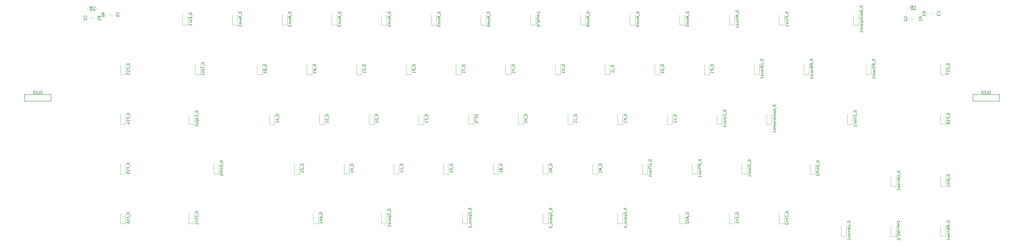
<source format=gbr>
%TF.GenerationSoftware,KiCad,Pcbnew,(5.1.9)-1*%
%TF.CreationDate,2021-03-12T14:35:54-08:00*%
%TF.ProjectId,USKB Final,55534b42-2046-4696-9e61-6c2e6b696361,rev?*%
%TF.SameCoordinates,Original*%
%TF.FileFunction,Legend,Bot*%
%TF.FilePolarity,Positive*%
%FSLAX46Y46*%
G04 Gerber Fmt 4.6, Leading zero omitted, Abs format (unit mm)*
G04 Created by KiCad (PCBNEW (5.1.9)-1) date 2021-03-12 14:35:54*
%MOMM*%
%LPD*%
G01*
G04 APERTURE LIST*
%ADD10C,0.120000*%
%ADD11C,0.150000*%
G04 APERTURE END LIST*
D10*
%TO.C,R6*%
X55091000Y-34570936D02*
X55091000Y-35025064D01*
X53621000Y-34570936D02*
X53621000Y-35025064D01*
%TO.C,R5*%
X48916920Y-36289984D02*
X48916920Y-35835856D01*
X50386920Y-36289984D02*
X50386920Y-35835856D01*
%TO.C,R4*%
X50386920Y-32259536D02*
X50386920Y-32713664D01*
X48916920Y-32259536D02*
X48916920Y-32713664D01*
%TO.C,R3*%
X369797000Y-34086436D02*
X369797000Y-34540564D01*
X368327000Y-34086436D02*
X368327000Y-34540564D01*
%TO.C,R2*%
X363628000Y-36549064D02*
X363628000Y-36094936D01*
X365098000Y-36549064D02*
X365098000Y-36094936D01*
%TO.C,R1*%
X365098000Y-32030936D02*
X365098000Y-32485064D01*
X363628000Y-32030936D02*
X363628000Y-32485064D01*
D11*
%TO.C,OL1*%
X386080000Y-67945000D02*
X386080000Y-65405000D01*
X396240000Y-67945000D02*
X386080000Y-67945000D01*
X396240000Y-65405000D02*
X396240000Y-67945000D01*
X386080000Y-65405000D02*
X396240000Y-65405000D01*
%TO.C,L_OL1*%
X22542500Y-67945000D02*
X22542500Y-65405000D01*
X32702500Y-67945000D02*
X22542500Y-67945000D01*
X32702500Y-65405000D02*
X32702500Y-67945000D01*
X22542500Y-65405000D02*
X32702500Y-65405000D01*
D10*
%TO.C,D_Z1*%
X128000000Y-95912500D02*
X128000000Y-92012500D01*
X126000000Y-95912500D02*
X126000000Y-92012500D01*
X128000000Y-95912500D02*
X126000000Y-95912500D01*
%TO.C,D_Y1*%
X208962500Y-57812500D02*
X208962500Y-53912500D01*
X206962500Y-57812500D02*
X206962500Y-53912500D01*
X208962500Y-57812500D02*
X206962500Y-57812500D01*
%TO.C,D_X1*%
X147050000Y-95912500D02*
X147050000Y-92012500D01*
X145050000Y-95912500D02*
X145050000Y-92012500D01*
X147050000Y-95912500D02*
X145050000Y-95912500D01*
%TO.C,D_Win1*%
X375650000Y-100675000D02*
X375650000Y-96775000D01*
X373650000Y-100675000D02*
X373650000Y-96775000D01*
X375650000Y-100675000D02*
X373650000Y-100675000D01*
%TO.C,D_W1*%
X132762500Y-57812500D02*
X132762500Y-53912500D01*
X130762500Y-57812500D02*
X130762500Y-53912500D01*
X132762500Y-57812500D02*
X130762500Y-57812500D01*
%TO.C,D_V1*%
X185150000Y-95912500D02*
X185150000Y-92012500D01*
X183150000Y-95912500D02*
X183150000Y-92012500D01*
X185150000Y-95912500D02*
X183150000Y-95912500D01*
%TO.C,D_UArrow1*%
X356600000Y-100675000D02*
X356600000Y-96775000D01*
X354600000Y-100675000D02*
X354600000Y-96775000D01*
X356600000Y-100675000D02*
X354600000Y-100675000D01*
%TO.C,D_U1*%
X228012500Y-57812500D02*
X228012500Y-53912500D01*
X226012500Y-57812500D02*
X226012500Y-53912500D01*
X228012500Y-57812500D02*
X226012500Y-57812500D01*
%TO.C,D_Tab1*%
X89900000Y-57812500D02*
X89900000Y-53912500D01*
X87900000Y-57812500D02*
X87900000Y-53912500D01*
X89900000Y-57812500D02*
X87900000Y-57812500D01*
%TO.C,D_T1*%
X189912500Y-57812500D02*
X189912500Y-53912500D01*
X187912500Y-57812500D02*
X187912500Y-53912500D01*
X189912500Y-57812500D02*
X187912500Y-57812500D01*
%TO.C,D_Space_4*%
X251825000Y-114962500D02*
X251825000Y-111062500D01*
X249825000Y-114962500D02*
X249825000Y-111062500D01*
X251825000Y-114962500D02*
X249825000Y-114962500D01*
%TO.C,D_Space_3*%
X223250000Y-114962500D02*
X223250000Y-111062500D01*
X221250000Y-114962500D02*
X221250000Y-111062500D01*
X223250000Y-114962500D02*
X221250000Y-114962500D01*
%TO.C,D_Space_2*%
X192293750Y-114962500D02*
X192293750Y-111062500D01*
X190293750Y-114962500D02*
X190293750Y-111062500D01*
X192293750Y-114962500D02*
X190293750Y-114962500D01*
%TO.C,D_Space1*%
X161337500Y-114962500D02*
X161337500Y-111062500D01*
X159337500Y-114962500D02*
X159337500Y-111062500D01*
X161337500Y-114962500D02*
X159337500Y-114962500D01*
%TO.C,D_Slash1*%
X299450000Y-95912500D02*
X299450000Y-92012500D01*
X297450000Y-95912500D02*
X297450000Y-92012500D01*
X299450000Y-95912500D02*
X297450000Y-95912500D01*
%TO.C,D_Shift2*%
X325643750Y-95912500D02*
X325643750Y-92012500D01*
X323643750Y-95912500D02*
X323643750Y-92012500D01*
X325643750Y-95912500D02*
X323643750Y-95912500D01*
%TO.C,D_Shift1*%
X97043750Y-95912500D02*
X97043750Y-92012500D01*
X95043750Y-95912500D02*
X95043750Y-92012500D01*
X97043750Y-95912500D02*
X95043750Y-95912500D01*
%TO.C,D_S1*%
X137525000Y-76862500D02*
X137525000Y-72962500D01*
X135525000Y-76862500D02*
X135525000Y-72962500D01*
X137525000Y-76862500D02*
X135525000Y-76862500D01*
%TO.C,D_RThan1*%
X280400000Y-95912500D02*
X280400000Y-92012500D01*
X278400000Y-95912500D02*
X278400000Y-92012500D01*
X280400000Y-95912500D02*
X278400000Y-95912500D01*
%TO.C,D_RBrace1*%
X323262500Y-57812500D02*
X323262500Y-53912500D01*
X321262500Y-57812500D02*
X321262500Y-53912500D01*
X323262500Y-57812500D02*
X321262500Y-57812500D01*
%TO.C,D_RArrow1*%
X375650000Y-119725000D02*
X375650000Y-115825000D01*
X373650000Y-119725000D02*
X373650000Y-115825000D01*
X375650000Y-119725000D02*
X373650000Y-119725000D01*
%TO.C,D_R1*%
X170862500Y-57812500D02*
X170862500Y-53912500D01*
X168862500Y-57812500D02*
X168862500Y-53912500D01*
X170862500Y-57812500D02*
X168862500Y-57812500D01*
%TO.C,D_Q1*%
X113712500Y-57812500D02*
X113712500Y-53912500D01*
X111712500Y-57812500D02*
X111712500Y-53912500D01*
X113712500Y-57812500D02*
X111712500Y-57812500D01*
%TO.C,D_Plus1*%
X313737500Y-38762500D02*
X313737500Y-34862500D01*
X311737500Y-38762500D02*
X311737500Y-34862500D01*
X313737500Y-38762500D02*
X311737500Y-38762500D01*
%TO.C,D_P1*%
X285162500Y-57812500D02*
X285162500Y-53912500D01*
X283162500Y-57812500D02*
X283162500Y-53912500D01*
X285162500Y-57812500D02*
X283162500Y-57812500D01*
%TO.C,D_O1*%
X266112500Y-57812500D02*
X266112500Y-53912500D01*
X264112500Y-57812500D02*
X264112500Y-53912500D01*
X266112500Y-57812500D02*
X264112500Y-57812500D01*
%TO.C,D_Num9*%
X256587500Y-38762500D02*
X256587500Y-34862500D01*
X254587500Y-38762500D02*
X254587500Y-34862500D01*
X256587500Y-38762500D02*
X254587500Y-38762500D01*
%TO.C,D_Num8*%
X237537500Y-38762500D02*
X237537500Y-34862500D01*
X235537500Y-38762500D02*
X235537500Y-34862500D01*
X237537500Y-38762500D02*
X235537500Y-38762500D01*
%TO.C,D_Num7*%
X218487500Y-38762500D02*
X218487500Y-34862500D01*
X216487500Y-38762500D02*
X216487500Y-34862500D01*
X218487500Y-38762500D02*
X216487500Y-38762500D01*
%TO.C,D_Num6*%
X199437500Y-38762500D02*
X199437500Y-34862500D01*
X197437500Y-38762500D02*
X197437500Y-34862500D01*
X199437500Y-38762500D02*
X197437500Y-38762500D01*
%TO.C,D_Num5*%
X180387500Y-38762500D02*
X180387500Y-34862500D01*
X178387500Y-38762500D02*
X178387500Y-34862500D01*
X180387500Y-38762500D02*
X178387500Y-38762500D01*
%TO.C,D_Num4*%
X161337500Y-38762500D02*
X161337500Y-34862500D01*
X159337500Y-38762500D02*
X159337500Y-34862500D01*
X161337500Y-38762500D02*
X159337500Y-38762500D01*
%TO.C,D_Num3*%
X142287500Y-38762500D02*
X142287500Y-34862500D01*
X140287500Y-38762500D02*
X140287500Y-34862500D01*
X142287500Y-38762500D02*
X140287500Y-38762500D01*
%TO.C,D_Num2*%
X123237500Y-38762500D02*
X123237500Y-34862500D01*
X121237500Y-38762500D02*
X121237500Y-34862500D01*
X123237500Y-38762500D02*
X121237500Y-38762500D01*
%TO.C,D_Num1*%
X104187500Y-38762500D02*
X104187500Y-34862500D01*
X102187500Y-38762500D02*
X102187500Y-34862500D01*
X104187500Y-38762500D02*
X102187500Y-38762500D01*
%TO.C,D_Num0*%
X275637500Y-38762500D02*
X275637500Y-34862500D01*
X273637500Y-38762500D02*
X273637500Y-34862500D01*
X275637500Y-38762500D02*
X273637500Y-38762500D01*
%TO.C,D_N1*%
X223250000Y-95912500D02*
X223250000Y-92012500D01*
X221250000Y-95912500D02*
X221250000Y-92012500D01*
X223250000Y-95912500D02*
X221250000Y-95912500D01*
%TO.C,D_Minus1*%
X294687500Y-38762500D02*
X294687500Y-34862500D01*
X292687500Y-38762500D02*
X292687500Y-34862500D01*
X294687500Y-38762500D02*
X292687500Y-38762500D01*
%TO.C,D_M1*%
X242300000Y-95912500D02*
X242300000Y-92012500D01*
X240300000Y-95912500D02*
X240300000Y-92012500D01*
X242300000Y-95912500D02*
X240300000Y-95912500D01*
%TO.C,D_LThan1*%
X261350000Y-95912500D02*
X261350000Y-92012500D01*
X259350000Y-95912500D02*
X259350000Y-92012500D01*
X261350000Y-95912500D02*
X259350000Y-95912500D01*
%TO.C,D_LBrace1*%
X304212500Y-57812500D02*
X304212500Y-53912500D01*
X302212500Y-57812500D02*
X302212500Y-53912500D01*
X304212500Y-57812500D02*
X302212500Y-57812500D01*
%TO.C,D_LArrow1*%
X337550000Y-119725000D02*
X337550000Y-115825000D01*
X335550000Y-119725000D02*
X335550000Y-115825000D01*
X337550000Y-119725000D02*
X335550000Y-119725000D01*
%TO.C,D_L1*%
X270875000Y-76862500D02*
X270875000Y-72962500D01*
X268875000Y-76862500D02*
X268875000Y-72962500D01*
X270875000Y-76862500D02*
X268875000Y-76862500D01*
%TO.C,D_K1*%
X251825000Y-76862500D02*
X251825000Y-72962500D01*
X249825000Y-76862500D02*
X249825000Y-72962500D01*
X251825000Y-76862500D02*
X249825000Y-76862500D01*
%TO.C,D_J1*%
X232775000Y-76862500D02*
X232775000Y-72962500D01*
X230775000Y-76862500D02*
X230775000Y-72962500D01*
X232775000Y-76862500D02*
X230775000Y-76862500D01*
%TO.C,D_I1*%
X247062500Y-57812500D02*
X247062500Y-53912500D01*
X245062500Y-57812500D02*
X245062500Y-53912500D01*
X247062500Y-57812500D02*
X245062500Y-57812500D01*
%TO.C,D_H1*%
X213725000Y-76862500D02*
X213725000Y-72962500D01*
X211725000Y-76862500D02*
X211725000Y-72962500D01*
X213725000Y-76862500D02*
X211725000Y-76862500D01*
%TO.C,D_G1*%
X194675000Y-76862500D02*
X194675000Y-72962500D01*
X192675000Y-76862500D02*
X192675000Y-72962500D01*
X194675000Y-76862500D02*
X192675000Y-76862500D01*
%TO.C,D_Fn1*%
X294687500Y-114962500D02*
X294687500Y-111062500D01*
X292687500Y-114962500D02*
X292687500Y-111062500D01*
X294687500Y-114962500D02*
X292687500Y-114962500D01*
%TO.C,D_F18*%
X375650000Y-76862500D02*
X375650000Y-72962500D01*
X373650000Y-76862500D02*
X373650000Y-72962500D01*
X375650000Y-76862500D02*
X373650000Y-76862500D01*
%TO.C,D_F17*%
X375650000Y-57812500D02*
X375650000Y-53912500D01*
X373650000Y-57812500D02*
X373650000Y-53912500D01*
X375650000Y-57812500D02*
X373650000Y-57812500D01*
%TO.C,D_F16*%
X61325000Y-114962500D02*
X61325000Y-111062500D01*
X59325000Y-114962500D02*
X59325000Y-111062500D01*
X61325000Y-114962500D02*
X59325000Y-114962500D01*
%TO.C,D_F15*%
X61325000Y-95912500D02*
X61325000Y-92012500D01*
X59325000Y-95912500D02*
X59325000Y-92012500D01*
X61325000Y-95912500D02*
X59325000Y-95912500D01*
%TO.C,D_F14*%
X61325000Y-76862500D02*
X61325000Y-72962500D01*
X59325000Y-76862500D02*
X59325000Y-72962500D01*
X61325000Y-76862500D02*
X59325000Y-76862500D01*
%TO.C,D_F13*%
X61325000Y-57812500D02*
X61325000Y-53912500D01*
X59325000Y-57812500D02*
X59325000Y-53912500D01*
X61325000Y-57812500D02*
X59325000Y-57812500D01*
%TO.C,D_F1*%
X175625000Y-76862500D02*
X175625000Y-72962500D01*
X173625000Y-76862500D02*
X173625000Y-72962500D01*
X175625000Y-76862500D02*
X173625000Y-76862500D01*
%TO.C,D_Esc1*%
X85137500Y-38762500D02*
X85137500Y-34862500D01*
X83137500Y-38762500D02*
X83137500Y-34862500D01*
X85137500Y-38762500D02*
X83137500Y-38762500D01*
%TO.C,D_Enter1*%
X339931250Y-76862500D02*
X339931250Y-72962500D01*
X337931250Y-76862500D02*
X337931250Y-72962500D01*
X339931250Y-76862500D02*
X337931250Y-76862500D01*
%TO.C,D_E1*%
X151812500Y-57812500D02*
X151812500Y-53912500D01*
X149812500Y-57812500D02*
X149812500Y-53912500D01*
X151812500Y-57812500D02*
X149812500Y-57812500D01*
%TO.C,D_DArrow1*%
X356600000Y-119725000D02*
X356600000Y-115825000D01*
X354600000Y-119725000D02*
X354600000Y-115825000D01*
X356600000Y-119725000D02*
X354600000Y-119725000D01*
%TO.C,D_D1*%
X156575000Y-76862500D02*
X156575000Y-72962500D01*
X154575000Y-76862500D02*
X154575000Y-72962500D01*
X156575000Y-76862500D02*
X154575000Y-76862500D01*
%TO.C,D_Ctrl2*%
X313737500Y-114962500D02*
X313737500Y-111062500D01*
X311737500Y-114962500D02*
X311737500Y-111062500D01*
X313737500Y-114962500D02*
X311737500Y-114962500D01*
%TO.C,D_Ctrl1*%
X87518750Y-114962500D02*
X87518750Y-111062500D01*
X85518750Y-114962500D02*
X85518750Y-111062500D01*
X87518750Y-114962500D02*
X85518750Y-114962500D01*
%TO.C,D_Colon1*%
X289925000Y-76862500D02*
X289925000Y-72962500D01*
X287925000Y-76862500D02*
X287925000Y-72962500D01*
X289925000Y-76862500D02*
X287925000Y-76862500D01*
%TO.C,D_Caps1*%
X87518750Y-76862500D02*
X87518750Y-72962500D01*
X85518750Y-76862500D02*
X85518750Y-72962500D01*
X87518750Y-76862500D02*
X85518750Y-76862500D01*
%TO.C,D_C1*%
X166100000Y-95912500D02*
X166100000Y-92012500D01*
X164100000Y-95912500D02*
X164100000Y-92012500D01*
X166100000Y-95912500D02*
X164100000Y-95912500D01*
%TO.C,D_BSlash1*%
X347075000Y-57812500D02*
X347075000Y-53912500D01*
X345075000Y-57812500D02*
X345075000Y-53912500D01*
X347075000Y-57812500D02*
X345075000Y-57812500D01*
%TO.C,D_Backspace1*%
X342312500Y-38762500D02*
X342312500Y-34862500D01*
X340312500Y-38762500D02*
X340312500Y-34862500D01*
X342312500Y-38762500D02*
X340312500Y-38762500D01*
%TO.C,D_B1*%
X204200000Y-95912500D02*
X204200000Y-92012500D01*
X202200000Y-95912500D02*
X202200000Y-92012500D01*
X204200000Y-95912500D02*
X202200000Y-95912500D01*
%TO.C,D_Apostrophe1*%
X308975000Y-76862500D02*
X308975000Y-72962500D01*
X306975000Y-76862500D02*
X306975000Y-72962500D01*
X308975000Y-76862500D02*
X306975000Y-76862500D01*
%TO.C,D_Alt2*%
X275637500Y-114962500D02*
X275637500Y-111062500D01*
X273637500Y-114962500D02*
X273637500Y-111062500D01*
X275637500Y-114962500D02*
X273637500Y-114962500D01*
%TO.C,D_Alt1*%
X135143750Y-114962500D02*
X135143750Y-111062500D01*
X133143750Y-114962500D02*
X133143750Y-111062500D01*
X135143750Y-114962500D02*
X133143750Y-114962500D01*
%TO.C,D_A1*%
X118475000Y-76862500D02*
X118475000Y-72962500D01*
X116475000Y-76862500D02*
X116475000Y-72962500D01*
X118475000Y-76862500D02*
X116475000Y-76862500D01*
%TO.C,C6*%
X55907000Y-35059252D02*
X55907000Y-34536748D01*
X57377000Y-35059252D02*
X57377000Y-34536748D01*
%TO.C,C5*%
X48238080Y-35781348D02*
X48238080Y-36303852D01*
X46768080Y-35781348D02*
X46768080Y-36303852D01*
%TO.C,C4*%
X46768080Y-32727532D02*
X46768080Y-32205028D01*
X48238080Y-32727532D02*
X48238080Y-32205028D01*
%TO.C,C3*%
X370613000Y-34617252D02*
X370613000Y-34094748D01*
X372083000Y-34617252D02*
X372083000Y-34094748D01*
%TO.C,C2*%
X362685000Y-36060748D02*
X362685000Y-36583252D01*
X361215000Y-36060748D02*
X361215000Y-36583252D01*
%TO.C,C1*%
X361215000Y-32519252D02*
X361215000Y-31996748D01*
X362685000Y-32519252D02*
X362685000Y-31996748D01*
%TO.C,R6*%
D11*
X53158380Y-34631333D02*
X52682190Y-34298000D01*
X53158380Y-34059904D02*
X52158380Y-34059904D01*
X52158380Y-34440857D01*
X52206000Y-34536095D01*
X52253619Y-34583714D01*
X52348857Y-34631333D01*
X52491714Y-34631333D01*
X52586952Y-34583714D01*
X52634571Y-34536095D01*
X52682190Y-34440857D01*
X52682190Y-34059904D01*
X52158380Y-35488476D02*
X52158380Y-35298000D01*
X52206000Y-35202761D01*
X52253619Y-35155142D01*
X52396476Y-35059904D01*
X52586952Y-35012285D01*
X52967904Y-35012285D01*
X53063142Y-35059904D01*
X53110761Y-35107523D01*
X53158380Y-35202761D01*
X53158380Y-35393238D01*
X53110761Y-35488476D01*
X53063142Y-35536095D01*
X52967904Y-35583714D01*
X52729809Y-35583714D01*
X52634571Y-35536095D01*
X52586952Y-35488476D01*
X52539333Y-35393238D01*
X52539333Y-35202761D01*
X52586952Y-35107523D01*
X52634571Y-35059904D01*
X52729809Y-35012285D01*
%TO.C,R5*%
X51754300Y-35896253D02*
X51278110Y-35562920D01*
X51754300Y-35324824D02*
X50754300Y-35324824D01*
X50754300Y-35705777D01*
X50801920Y-35801015D01*
X50849539Y-35848634D01*
X50944777Y-35896253D01*
X51087634Y-35896253D01*
X51182872Y-35848634D01*
X51230491Y-35801015D01*
X51278110Y-35705777D01*
X51278110Y-35324824D01*
X50754300Y-36801015D02*
X50754300Y-36324824D01*
X51230491Y-36277205D01*
X51182872Y-36324824D01*
X51135253Y-36420062D01*
X51135253Y-36658158D01*
X51182872Y-36753396D01*
X51230491Y-36801015D01*
X51325729Y-36848634D01*
X51563824Y-36848634D01*
X51659062Y-36801015D01*
X51706681Y-36753396D01*
X51754300Y-36658158D01*
X51754300Y-36420062D01*
X51706681Y-36324824D01*
X51659062Y-36277205D01*
%TO.C,R4*%
X48454300Y-32319933D02*
X47978110Y-31986600D01*
X48454300Y-31748504D02*
X47454300Y-31748504D01*
X47454300Y-32129457D01*
X47501920Y-32224695D01*
X47549539Y-32272314D01*
X47644777Y-32319933D01*
X47787634Y-32319933D01*
X47882872Y-32272314D01*
X47930491Y-32224695D01*
X47978110Y-32129457D01*
X47978110Y-31748504D01*
X47787634Y-33177076D02*
X48454300Y-33177076D01*
X47406681Y-32938980D02*
X48120967Y-32700885D01*
X48120967Y-33319933D01*
%TO.C,R3*%
X367864380Y-34146833D02*
X367388190Y-33813500D01*
X367864380Y-33575404D02*
X366864380Y-33575404D01*
X366864380Y-33956357D01*
X366912000Y-34051595D01*
X366959619Y-34099214D01*
X367054857Y-34146833D01*
X367197714Y-34146833D01*
X367292952Y-34099214D01*
X367340571Y-34051595D01*
X367388190Y-33956357D01*
X367388190Y-33575404D01*
X366864380Y-34480166D02*
X366864380Y-35099214D01*
X367245333Y-34765880D01*
X367245333Y-34908738D01*
X367292952Y-35003976D01*
X367340571Y-35051595D01*
X367435809Y-35099214D01*
X367673904Y-35099214D01*
X367769142Y-35051595D01*
X367816761Y-35003976D01*
X367864380Y-34908738D01*
X367864380Y-34623023D01*
X367816761Y-34527785D01*
X367769142Y-34480166D01*
%TO.C,R2*%
X366465380Y-36155333D02*
X365989190Y-35822000D01*
X366465380Y-35583904D02*
X365465380Y-35583904D01*
X365465380Y-35964857D01*
X365513000Y-36060095D01*
X365560619Y-36107714D01*
X365655857Y-36155333D01*
X365798714Y-36155333D01*
X365893952Y-36107714D01*
X365941571Y-36060095D01*
X365989190Y-35964857D01*
X365989190Y-35583904D01*
X365560619Y-36536285D02*
X365513000Y-36583904D01*
X365465380Y-36679142D01*
X365465380Y-36917238D01*
X365513000Y-37012476D01*
X365560619Y-37060095D01*
X365655857Y-37107714D01*
X365751095Y-37107714D01*
X365893952Y-37060095D01*
X366465380Y-36488666D01*
X366465380Y-37107714D01*
%TO.C,R1*%
X363165380Y-32091333D02*
X362689190Y-31758000D01*
X363165380Y-31519904D02*
X362165380Y-31519904D01*
X362165380Y-31900857D01*
X362213000Y-31996095D01*
X362260619Y-32043714D01*
X362355857Y-32091333D01*
X362498714Y-32091333D01*
X362593952Y-32043714D01*
X362641571Y-31996095D01*
X362689190Y-31900857D01*
X362689190Y-31519904D01*
X363165380Y-33043714D02*
X363165380Y-32472285D01*
X363165380Y-32758000D02*
X362165380Y-32758000D01*
X362308238Y-32662761D01*
X362403476Y-32567523D01*
X362451095Y-32472285D01*
%TO.C,OL1*%
X392552380Y-64027380D02*
X392361904Y-64027380D01*
X392266666Y-64075000D01*
X392171428Y-64170238D01*
X392123809Y-64360714D01*
X392123809Y-64694047D01*
X392171428Y-64884523D01*
X392266666Y-64979761D01*
X392361904Y-65027380D01*
X392552380Y-65027380D01*
X392647619Y-64979761D01*
X392742857Y-64884523D01*
X392790476Y-64694047D01*
X392790476Y-64360714D01*
X392742857Y-64170238D01*
X392647619Y-64075000D01*
X392552380Y-64027380D01*
X391219047Y-65027380D02*
X391695238Y-65027380D01*
X391695238Y-64027380D01*
X390885714Y-64503571D02*
X390552380Y-64503571D01*
X390409523Y-65027380D02*
X390885714Y-65027380D01*
X390885714Y-64027380D01*
X390409523Y-64027380D01*
X389980952Y-65027380D02*
X389980952Y-64027380D01*
X389742857Y-64027380D01*
X389600000Y-64075000D01*
X389504761Y-64170238D01*
X389457142Y-64265476D01*
X389409523Y-64455952D01*
X389409523Y-64598809D01*
X389457142Y-64789285D01*
X389504761Y-64884523D01*
X389600000Y-64979761D01*
X389742857Y-65027380D01*
X389980952Y-65027380D01*
%TO.C,L_OL1*%
X29014880Y-64027380D02*
X28824404Y-64027380D01*
X28729166Y-64075000D01*
X28633928Y-64170238D01*
X28586309Y-64360714D01*
X28586309Y-64694047D01*
X28633928Y-64884523D01*
X28729166Y-64979761D01*
X28824404Y-65027380D01*
X29014880Y-65027380D01*
X29110119Y-64979761D01*
X29205357Y-64884523D01*
X29252976Y-64694047D01*
X29252976Y-64360714D01*
X29205357Y-64170238D01*
X29110119Y-64075000D01*
X29014880Y-64027380D01*
X27681547Y-65027380D02*
X28157738Y-65027380D01*
X28157738Y-64027380D01*
X27348214Y-64503571D02*
X27014880Y-64503571D01*
X26872023Y-65027380D02*
X27348214Y-65027380D01*
X27348214Y-64027380D01*
X26872023Y-64027380D01*
X26443452Y-65027380D02*
X26443452Y-64027380D01*
X26205357Y-64027380D01*
X26062500Y-64075000D01*
X25967261Y-64170238D01*
X25919642Y-64265476D01*
X25872023Y-64455952D01*
X25872023Y-64598809D01*
X25919642Y-64789285D01*
X25967261Y-64884523D01*
X26062500Y-64979761D01*
X26205357Y-65027380D01*
X26443452Y-65027380D01*
%TO.C,D_Z1*%
X129452380Y-92067261D02*
X128452380Y-92067261D01*
X128452380Y-92305357D01*
X128500000Y-92448214D01*
X128595238Y-92543452D01*
X128690476Y-92591071D01*
X128880952Y-92638690D01*
X129023809Y-92638690D01*
X129214285Y-92591071D01*
X129309523Y-92543452D01*
X129404761Y-92448214D01*
X129452380Y-92305357D01*
X129452380Y-92067261D01*
X129547619Y-92829166D02*
X129547619Y-93591071D01*
X128452380Y-93733928D02*
X128452380Y-94400595D01*
X129452380Y-93733928D01*
X129452380Y-94400595D01*
X129452380Y-95305357D02*
X129452380Y-94733928D01*
X129452380Y-95019642D02*
X128452380Y-95019642D01*
X128595238Y-94924404D01*
X128690476Y-94829166D01*
X128738095Y-94733928D01*
%TO.C,D_Y1*%
X210414880Y-54014880D02*
X209414880Y-54014880D01*
X209414880Y-54252976D01*
X209462500Y-54395833D01*
X209557738Y-54491071D01*
X209652976Y-54538690D01*
X209843452Y-54586309D01*
X209986309Y-54586309D01*
X210176785Y-54538690D01*
X210272023Y-54491071D01*
X210367261Y-54395833D01*
X210414880Y-54252976D01*
X210414880Y-54014880D01*
X210510119Y-54776785D02*
X210510119Y-55538690D01*
X209938690Y-55967261D02*
X210414880Y-55967261D01*
X209414880Y-55633928D02*
X209938690Y-55967261D01*
X209414880Y-56300595D01*
X210414880Y-57157738D02*
X210414880Y-56586309D01*
X210414880Y-56872023D02*
X209414880Y-56872023D01*
X209557738Y-56776785D01*
X209652976Y-56681547D01*
X209700595Y-56586309D01*
%TO.C,D_X1*%
X148502380Y-92067261D02*
X147502380Y-92067261D01*
X147502380Y-92305357D01*
X147550000Y-92448214D01*
X147645238Y-92543452D01*
X147740476Y-92591071D01*
X147930952Y-92638690D01*
X148073809Y-92638690D01*
X148264285Y-92591071D01*
X148359523Y-92543452D01*
X148454761Y-92448214D01*
X148502380Y-92305357D01*
X148502380Y-92067261D01*
X148597619Y-92829166D02*
X148597619Y-93591071D01*
X147502380Y-93733928D02*
X148502380Y-94400595D01*
X147502380Y-94400595D02*
X148502380Y-93733928D01*
X148502380Y-95305357D02*
X148502380Y-94733928D01*
X148502380Y-95019642D02*
X147502380Y-95019642D01*
X147645238Y-94924404D01*
X147740476Y-94829166D01*
X147788095Y-94733928D01*
%TO.C,D_Win1*%
X377102380Y-96044047D02*
X376102380Y-96044047D01*
X376102380Y-96282142D01*
X376150000Y-96425000D01*
X376245238Y-96520238D01*
X376340476Y-96567857D01*
X376530952Y-96615476D01*
X376673809Y-96615476D01*
X376864285Y-96567857D01*
X376959523Y-96520238D01*
X377054761Y-96425000D01*
X377102380Y-96282142D01*
X377102380Y-96044047D01*
X377197619Y-96805952D02*
X377197619Y-97567857D01*
X376102380Y-97710714D02*
X377102380Y-97948809D01*
X376388095Y-98139285D01*
X377102380Y-98329761D01*
X376102380Y-98567857D01*
X377102380Y-98948809D02*
X376435714Y-98948809D01*
X376102380Y-98948809D02*
X376150000Y-98901190D01*
X376197619Y-98948809D01*
X376150000Y-98996428D01*
X376102380Y-98948809D01*
X376197619Y-98948809D01*
X376435714Y-99425000D02*
X377102380Y-99425000D01*
X376530952Y-99425000D02*
X376483333Y-99472619D01*
X376435714Y-99567857D01*
X376435714Y-99710714D01*
X376483333Y-99805952D01*
X376578571Y-99853571D01*
X377102380Y-99853571D01*
X377102380Y-100853571D02*
X377102380Y-100282142D01*
X377102380Y-100567857D02*
X376102380Y-100567857D01*
X376245238Y-100472619D01*
X376340476Y-100377380D01*
X376388095Y-100282142D01*
%TO.C,D_W1*%
X134214880Y-53872023D02*
X133214880Y-53872023D01*
X133214880Y-54110119D01*
X133262500Y-54252976D01*
X133357738Y-54348214D01*
X133452976Y-54395833D01*
X133643452Y-54443452D01*
X133786309Y-54443452D01*
X133976785Y-54395833D01*
X134072023Y-54348214D01*
X134167261Y-54252976D01*
X134214880Y-54110119D01*
X134214880Y-53872023D01*
X134310119Y-54633928D02*
X134310119Y-55395833D01*
X133214880Y-55538690D02*
X134214880Y-55776785D01*
X133500595Y-55967261D01*
X134214880Y-56157738D01*
X133214880Y-56395833D01*
X134214880Y-57300595D02*
X134214880Y-56729166D01*
X134214880Y-57014880D02*
X133214880Y-57014880D01*
X133357738Y-56919642D01*
X133452976Y-56824404D01*
X133500595Y-56729166D01*
%TO.C,D_V1*%
X186602380Y-92114880D02*
X185602380Y-92114880D01*
X185602380Y-92352976D01*
X185650000Y-92495833D01*
X185745238Y-92591071D01*
X185840476Y-92638690D01*
X186030952Y-92686309D01*
X186173809Y-92686309D01*
X186364285Y-92638690D01*
X186459523Y-92591071D01*
X186554761Y-92495833D01*
X186602380Y-92352976D01*
X186602380Y-92114880D01*
X186697619Y-92876785D02*
X186697619Y-93638690D01*
X185602380Y-93733928D02*
X186602380Y-94067261D01*
X185602380Y-94400595D01*
X186602380Y-95257738D02*
X186602380Y-94686309D01*
X186602380Y-94972023D02*
X185602380Y-94972023D01*
X185745238Y-94876785D01*
X185840476Y-94781547D01*
X185888095Y-94686309D01*
%TO.C,D_UArrow1*%
X358052380Y-94758333D02*
X357052380Y-94758333D01*
X357052380Y-94996428D01*
X357100000Y-95139285D01*
X357195238Y-95234523D01*
X357290476Y-95282142D01*
X357480952Y-95329761D01*
X357623809Y-95329761D01*
X357814285Y-95282142D01*
X357909523Y-95234523D01*
X358004761Y-95139285D01*
X358052380Y-94996428D01*
X358052380Y-94758333D01*
X358147619Y-95520238D02*
X358147619Y-96282142D01*
X357052380Y-96520238D02*
X357861904Y-96520238D01*
X357957142Y-96567857D01*
X358004761Y-96615476D01*
X358052380Y-96710714D01*
X358052380Y-96901190D01*
X358004761Y-96996428D01*
X357957142Y-97044047D01*
X357861904Y-97091666D01*
X357052380Y-97091666D01*
X357766666Y-97520238D02*
X357766666Y-97996428D01*
X358052380Y-97425000D02*
X357052380Y-97758333D01*
X358052380Y-98091666D01*
X358052380Y-98425000D02*
X357385714Y-98425000D01*
X357576190Y-98425000D02*
X357480952Y-98472619D01*
X357433333Y-98520238D01*
X357385714Y-98615476D01*
X357385714Y-98710714D01*
X358052380Y-99044047D02*
X357385714Y-99044047D01*
X357576190Y-99044047D02*
X357480952Y-99091666D01*
X357433333Y-99139285D01*
X357385714Y-99234523D01*
X357385714Y-99329761D01*
X358052380Y-99805952D02*
X358004761Y-99710714D01*
X357957142Y-99663095D01*
X357861904Y-99615476D01*
X357576190Y-99615476D01*
X357480952Y-99663095D01*
X357433333Y-99710714D01*
X357385714Y-99805952D01*
X357385714Y-99948809D01*
X357433333Y-100044047D01*
X357480952Y-100091666D01*
X357576190Y-100139285D01*
X357861904Y-100139285D01*
X357957142Y-100091666D01*
X358004761Y-100044047D01*
X358052380Y-99948809D01*
X358052380Y-99805952D01*
X357385714Y-100472619D02*
X358052380Y-100663095D01*
X357576190Y-100853571D01*
X358052380Y-101044047D01*
X357385714Y-101234523D01*
X358052380Y-102139285D02*
X358052380Y-101567857D01*
X358052380Y-101853571D02*
X357052380Y-101853571D01*
X357195238Y-101758333D01*
X357290476Y-101663095D01*
X357338095Y-101567857D01*
%TO.C,D_U1*%
X229464880Y-53919642D02*
X228464880Y-53919642D01*
X228464880Y-54157738D01*
X228512500Y-54300595D01*
X228607738Y-54395833D01*
X228702976Y-54443452D01*
X228893452Y-54491071D01*
X229036309Y-54491071D01*
X229226785Y-54443452D01*
X229322023Y-54395833D01*
X229417261Y-54300595D01*
X229464880Y-54157738D01*
X229464880Y-53919642D01*
X229560119Y-54681547D02*
X229560119Y-55443452D01*
X228464880Y-55681547D02*
X229274404Y-55681547D01*
X229369642Y-55729166D01*
X229417261Y-55776785D01*
X229464880Y-55872023D01*
X229464880Y-56062500D01*
X229417261Y-56157738D01*
X229369642Y-56205357D01*
X229274404Y-56252976D01*
X228464880Y-56252976D01*
X229464880Y-57252976D02*
X229464880Y-56681547D01*
X229464880Y-56967261D02*
X228464880Y-56967261D01*
X228607738Y-56872023D01*
X228702976Y-56776785D01*
X228750595Y-56681547D01*
%TO.C,D_Tab1*%
X91352380Y-53157738D02*
X90352380Y-53157738D01*
X90352380Y-53395833D01*
X90400000Y-53538690D01*
X90495238Y-53633928D01*
X90590476Y-53681547D01*
X90780952Y-53729166D01*
X90923809Y-53729166D01*
X91114285Y-53681547D01*
X91209523Y-53633928D01*
X91304761Y-53538690D01*
X91352380Y-53395833D01*
X91352380Y-53157738D01*
X91447619Y-53919642D02*
X91447619Y-54681547D01*
X90352380Y-54776785D02*
X90352380Y-55348214D01*
X91352380Y-55062500D02*
X90352380Y-55062500D01*
X91352380Y-56110119D02*
X90828571Y-56110119D01*
X90733333Y-56062500D01*
X90685714Y-55967261D01*
X90685714Y-55776785D01*
X90733333Y-55681547D01*
X91304761Y-56110119D02*
X91352380Y-56014880D01*
X91352380Y-55776785D01*
X91304761Y-55681547D01*
X91209523Y-55633928D01*
X91114285Y-55633928D01*
X91019047Y-55681547D01*
X90971428Y-55776785D01*
X90971428Y-56014880D01*
X90923809Y-56110119D01*
X91352380Y-56586309D02*
X90352380Y-56586309D01*
X90733333Y-56586309D02*
X90685714Y-56681547D01*
X90685714Y-56872023D01*
X90733333Y-56967261D01*
X90780952Y-57014880D01*
X90876190Y-57062500D01*
X91161904Y-57062500D01*
X91257142Y-57014880D01*
X91304761Y-56967261D01*
X91352380Y-56872023D01*
X91352380Y-56681547D01*
X91304761Y-56586309D01*
X91352380Y-58014880D02*
X91352380Y-57443452D01*
X91352380Y-57729166D02*
X90352380Y-57729166D01*
X90495238Y-57633928D01*
X90590476Y-57538690D01*
X90638095Y-57443452D01*
%TO.C,D_T1*%
X191364880Y-54062500D02*
X190364880Y-54062500D01*
X190364880Y-54300595D01*
X190412500Y-54443452D01*
X190507738Y-54538690D01*
X190602976Y-54586309D01*
X190793452Y-54633928D01*
X190936309Y-54633928D01*
X191126785Y-54586309D01*
X191222023Y-54538690D01*
X191317261Y-54443452D01*
X191364880Y-54300595D01*
X191364880Y-54062500D01*
X191460119Y-54824404D02*
X191460119Y-55586309D01*
X190364880Y-55681547D02*
X190364880Y-56252976D01*
X191364880Y-55967261D02*
X190364880Y-55967261D01*
X191364880Y-57110119D02*
X191364880Y-56538690D01*
X191364880Y-56824404D02*
X190364880Y-56824404D01*
X190507738Y-56729166D01*
X190602976Y-56633928D01*
X190650595Y-56538690D01*
%TO.C,D_Space_4*%
X253277380Y-108974404D02*
X252277380Y-108974404D01*
X252277380Y-109212500D01*
X252325000Y-109355357D01*
X252420238Y-109450595D01*
X252515476Y-109498214D01*
X252705952Y-109545833D01*
X252848809Y-109545833D01*
X253039285Y-109498214D01*
X253134523Y-109450595D01*
X253229761Y-109355357D01*
X253277380Y-109212500D01*
X253277380Y-108974404D01*
X253372619Y-109736309D02*
X253372619Y-110498214D01*
X253229761Y-110688690D02*
X253277380Y-110831547D01*
X253277380Y-111069642D01*
X253229761Y-111164880D01*
X253182142Y-111212500D01*
X253086904Y-111260119D01*
X252991666Y-111260119D01*
X252896428Y-111212500D01*
X252848809Y-111164880D01*
X252801190Y-111069642D01*
X252753571Y-110879166D01*
X252705952Y-110783928D01*
X252658333Y-110736309D01*
X252563095Y-110688690D01*
X252467857Y-110688690D01*
X252372619Y-110736309D01*
X252325000Y-110783928D01*
X252277380Y-110879166D01*
X252277380Y-111117261D01*
X252325000Y-111260119D01*
X252610714Y-111688690D02*
X253610714Y-111688690D01*
X252658333Y-111688690D02*
X252610714Y-111783928D01*
X252610714Y-111974404D01*
X252658333Y-112069642D01*
X252705952Y-112117261D01*
X252801190Y-112164880D01*
X253086904Y-112164880D01*
X253182142Y-112117261D01*
X253229761Y-112069642D01*
X253277380Y-111974404D01*
X253277380Y-111783928D01*
X253229761Y-111688690D01*
X253277380Y-113022023D02*
X252753571Y-113022023D01*
X252658333Y-112974404D01*
X252610714Y-112879166D01*
X252610714Y-112688690D01*
X252658333Y-112593452D01*
X253229761Y-113022023D02*
X253277380Y-112926785D01*
X253277380Y-112688690D01*
X253229761Y-112593452D01*
X253134523Y-112545833D01*
X253039285Y-112545833D01*
X252944047Y-112593452D01*
X252896428Y-112688690D01*
X252896428Y-112926785D01*
X252848809Y-113022023D01*
X253229761Y-113926785D02*
X253277380Y-113831547D01*
X253277380Y-113641071D01*
X253229761Y-113545833D01*
X253182142Y-113498214D01*
X253086904Y-113450595D01*
X252801190Y-113450595D01*
X252705952Y-113498214D01*
X252658333Y-113545833D01*
X252610714Y-113641071D01*
X252610714Y-113831547D01*
X252658333Y-113926785D01*
X253229761Y-114736309D02*
X253277380Y-114641071D01*
X253277380Y-114450595D01*
X253229761Y-114355357D01*
X253134523Y-114307738D01*
X252753571Y-114307738D01*
X252658333Y-114355357D01*
X252610714Y-114450595D01*
X252610714Y-114641071D01*
X252658333Y-114736309D01*
X252753571Y-114783928D01*
X252848809Y-114783928D01*
X252944047Y-114307738D01*
X253372619Y-114974404D02*
X253372619Y-115736309D01*
X252610714Y-116402976D02*
X253277380Y-116402976D01*
X252229761Y-116164880D02*
X252944047Y-115926785D01*
X252944047Y-116545833D01*
%TO.C,D_Space_3*%
X224702380Y-108974404D02*
X223702380Y-108974404D01*
X223702380Y-109212500D01*
X223750000Y-109355357D01*
X223845238Y-109450595D01*
X223940476Y-109498214D01*
X224130952Y-109545833D01*
X224273809Y-109545833D01*
X224464285Y-109498214D01*
X224559523Y-109450595D01*
X224654761Y-109355357D01*
X224702380Y-109212500D01*
X224702380Y-108974404D01*
X224797619Y-109736309D02*
X224797619Y-110498214D01*
X224654761Y-110688690D02*
X224702380Y-110831547D01*
X224702380Y-111069642D01*
X224654761Y-111164880D01*
X224607142Y-111212500D01*
X224511904Y-111260119D01*
X224416666Y-111260119D01*
X224321428Y-111212500D01*
X224273809Y-111164880D01*
X224226190Y-111069642D01*
X224178571Y-110879166D01*
X224130952Y-110783928D01*
X224083333Y-110736309D01*
X223988095Y-110688690D01*
X223892857Y-110688690D01*
X223797619Y-110736309D01*
X223750000Y-110783928D01*
X223702380Y-110879166D01*
X223702380Y-111117261D01*
X223750000Y-111260119D01*
X224035714Y-111688690D02*
X225035714Y-111688690D01*
X224083333Y-111688690D02*
X224035714Y-111783928D01*
X224035714Y-111974404D01*
X224083333Y-112069642D01*
X224130952Y-112117261D01*
X224226190Y-112164880D01*
X224511904Y-112164880D01*
X224607142Y-112117261D01*
X224654761Y-112069642D01*
X224702380Y-111974404D01*
X224702380Y-111783928D01*
X224654761Y-111688690D01*
X224702380Y-113022023D02*
X224178571Y-113022023D01*
X224083333Y-112974404D01*
X224035714Y-112879166D01*
X224035714Y-112688690D01*
X224083333Y-112593452D01*
X224654761Y-113022023D02*
X224702380Y-112926785D01*
X224702380Y-112688690D01*
X224654761Y-112593452D01*
X224559523Y-112545833D01*
X224464285Y-112545833D01*
X224369047Y-112593452D01*
X224321428Y-112688690D01*
X224321428Y-112926785D01*
X224273809Y-113022023D01*
X224654761Y-113926785D02*
X224702380Y-113831547D01*
X224702380Y-113641071D01*
X224654761Y-113545833D01*
X224607142Y-113498214D01*
X224511904Y-113450595D01*
X224226190Y-113450595D01*
X224130952Y-113498214D01*
X224083333Y-113545833D01*
X224035714Y-113641071D01*
X224035714Y-113831547D01*
X224083333Y-113926785D01*
X224654761Y-114736309D02*
X224702380Y-114641071D01*
X224702380Y-114450595D01*
X224654761Y-114355357D01*
X224559523Y-114307738D01*
X224178571Y-114307738D01*
X224083333Y-114355357D01*
X224035714Y-114450595D01*
X224035714Y-114641071D01*
X224083333Y-114736309D01*
X224178571Y-114783928D01*
X224273809Y-114783928D01*
X224369047Y-114307738D01*
X224797619Y-114974404D02*
X224797619Y-115736309D01*
X223702380Y-115879166D02*
X223702380Y-116498214D01*
X224083333Y-116164880D01*
X224083333Y-116307738D01*
X224130952Y-116402976D01*
X224178571Y-116450595D01*
X224273809Y-116498214D01*
X224511904Y-116498214D01*
X224607142Y-116450595D01*
X224654761Y-116402976D01*
X224702380Y-116307738D01*
X224702380Y-116022023D01*
X224654761Y-115926785D01*
X224607142Y-115879166D01*
%TO.C,D_Space_2*%
X193746130Y-108974404D02*
X192746130Y-108974404D01*
X192746130Y-109212500D01*
X192793750Y-109355357D01*
X192888988Y-109450595D01*
X192984226Y-109498214D01*
X193174702Y-109545833D01*
X193317559Y-109545833D01*
X193508035Y-109498214D01*
X193603273Y-109450595D01*
X193698511Y-109355357D01*
X193746130Y-109212500D01*
X193746130Y-108974404D01*
X193841369Y-109736309D02*
X193841369Y-110498214D01*
X193698511Y-110688690D02*
X193746130Y-110831547D01*
X193746130Y-111069642D01*
X193698511Y-111164880D01*
X193650892Y-111212500D01*
X193555654Y-111260119D01*
X193460416Y-111260119D01*
X193365178Y-111212500D01*
X193317559Y-111164880D01*
X193269940Y-111069642D01*
X193222321Y-110879166D01*
X193174702Y-110783928D01*
X193127083Y-110736309D01*
X193031845Y-110688690D01*
X192936607Y-110688690D01*
X192841369Y-110736309D01*
X192793750Y-110783928D01*
X192746130Y-110879166D01*
X192746130Y-111117261D01*
X192793750Y-111260119D01*
X193079464Y-111688690D02*
X194079464Y-111688690D01*
X193127083Y-111688690D02*
X193079464Y-111783928D01*
X193079464Y-111974404D01*
X193127083Y-112069642D01*
X193174702Y-112117261D01*
X193269940Y-112164880D01*
X193555654Y-112164880D01*
X193650892Y-112117261D01*
X193698511Y-112069642D01*
X193746130Y-111974404D01*
X193746130Y-111783928D01*
X193698511Y-111688690D01*
X193746130Y-113022023D02*
X193222321Y-113022023D01*
X193127083Y-112974404D01*
X193079464Y-112879166D01*
X193079464Y-112688690D01*
X193127083Y-112593452D01*
X193698511Y-113022023D02*
X193746130Y-112926785D01*
X193746130Y-112688690D01*
X193698511Y-112593452D01*
X193603273Y-112545833D01*
X193508035Y-112545833D01*
X193412797Y-112593452D01*
X193365178Y-112688690D01*
X193365178Y-112926785D01*
X193317559Y-113022023D01*
X193698511Y-113926785D02*
X193746130Y-113831547D01*
X193746130Y-113641071D01*
X193698511Y-113545833D01*
X193650892Y-113498214D01*
X193555654Y-113450595D01*
X193269940Y-113450595D01*
X193174702Y-113498214D01*
X193127083Y-113545833D01*
X193079464Y-113641071D01*
X193079464Y-113831547D01*
X193127083Y-113926785D01*
X193698511Y-114736309D02*
X193746130Y-114641071D01*
X193746130Y-114450595D01*
X193698511Y-114355357D01*
X193603273Y-114307738D01*
X193222321Y-114307738D01*
X193127083Y-114355357D01*
X193079464Y-114450595D01*
X193079464Y-114641071D01*
X193127083Y-114736309D01*
X193222321Y-114783928D01*
X193317559Y-114783928D01*
X193412797Y-114307738D01*
X193841369Y-114974404D02*
X193841369Y-115736309D01*
X192841369Y-115926785D02*
X192793750Y-115974404D01*
X192746130Y-116069642D01*
X192746130Y-116307738D01*
X192793750Y-116402976D01*
X192841369Y-116450595D01*
X192936607Y-116498214D01*
X193031845Y-116498214D01*
X193174702Y-116450595D01*
X193746130Y-115879166D01*
X193746130Y-116498214D01*
%TO.C,D_Space1*%
X162789880Y-109355357D02*
X161789880Y-109355357D01*
X161789880Y-109593452D01*
X161837500Y-109736309D01*
X161932738Y-109831547D01*
X162027976Y-109879166D01*
X162218452Y-109926785D01*
X162361309Y-109926785D01*
X162551785Y-109879166D01*
X162647023Y-109831547D01*
X162742261Y-109736309D01*
X162789880Y-109593452D01*
X162789880Y-109355357D01*
X162885119Y-110117261D02*
X162885119Y-110879166D01*
X162742261Y-111069642D02*
X162789880Y-111212500D01*
X162789880Y-111450595D01*
X162742261Y-111545833D01*
X162694642Y-111593452D01*
X162599404Y-111641071D01*
X162504166Y-111641071D01*
X162408928Y-111593452D01*
X162361309Y-111545833D01*
X162313690Y-111450595D01*
X162266071Y-111260119D01*
X162218452Y-111164880D01*
X162170833Y-111117261D01*
X162075595Y-111069642D01*
X161980357Y-111069642D01*
X161885119Y-111117261D01*
X161837500Y-111164880D01*
X161789880Y-111260119D01*
X161789880Y-111498214D01*
X161837500Y-111641071D01*
X162123214Y-112069642D02*
X163123214Y-112069642D01*
X162170833Y-112069642D02*
X162123214Y-112164880D01*
X162123214Y-112355357D01*
X162170833Y-112450595D01*
X162218452Y-112498214D01*
X162313690Y-112545833D01*
X162599404Y-112545833D01*
X162694642Y-112498214D01*
X162742261Y-112450595D01*
X162789880Y-112355357D01*
X162789880Y-112164880D01*
X162742261Y-112069642D01*
X162789880Y-113402976D02*
X162266071Y-113402976D01*
X162170833Y-113355357D01*
X162123214Y-113260119D01*
X162123214Y-113069642D01*
X162170833Y-112974404D01*
X162742261Y-113402976D02*
X162789880Y-113307738D01*
X162789880Y-113069642D01*
X162742261Y-112974404D01*
X162647023Y-112926785D01*
X162551785Y-112926785D01*
X162456547Y-112974404D01*
X162408928Y-113069642D01*
X162408928Y-113307738D01*
X162361309Y-113402976D01*
X162742261Y-114307738D02*
X162789880Y-114212500D01*
X162789880Y-114022023D01*
X162742261Y-113926785D01*
X162694642Y-113879166D01*
X162599404Y-113831547D01*
X162313690Y-113831547D01*
X162218452Y-113879166D01*
X162170833Y-113926785D01*
X162123214Y-114022023D01*
X162123214Y-114212500D01*
X162170833Y-114307738D01*
X162742261Y-115117261D02*
X162789880Y-115022023D01*
X162789880Y-114831547D01*
X162742261Y-114736309D01*
X162647023Y-114688690D01*
X162266071Y-114688690D01*
X162170833Y-114736309D01*
X162123214Y-114831547D01*
X162123214Y-115022023D01*
X162170833Y-115117261D01*
X162266071Y-115164880D01*
X162361309Y-115164880D01*
X162456547Y-114688690D01*
X162789880Y-116117261D02*
X162789880Y-115545833D01*
X162789880Y-115831547D02*
X161789880Y-115831547D01*
X161932738Y-115736309D01*
X162027976Y-115641071D01*
X162075595Y-115545833D01*
%TO.C,D_Slash1*%
X300902380Y-90495833D02*
X299902380Y-90495833D01*
X299902380Y-90733928D01*
X299950000Y-90876785D01*
X300045238Y-90972023D01*
X300140476Y-91019642D01*
X300330952Y-91067261D01*
X300473809Y-91067261D01*
X300664285Y-91019642D01*
X300759523Y-90972023D01*
X300854761Y-90876785D01*
X300902380Y-90733928D01*
X300902380Y-90495833D01*
X300997619Y-91257738D02*
X300997619Y-92019642D01*
X300854761Y-92210119D02*
X300902380Y-92352976D01*
X300902380Y-92591071D01*
X300854761Y-92686309D01*
X300807142Y-92733928D01*
X300711904Y-92781547D01*
X300616666Y-92781547D01*
X300521428Y-92733928D01*
X300473809Y-92686309D01*
X300426190Y-92591071D01*
X300378571Y-92400595D01*
X300330952Y-92305357D01*
X300283333Y-92257738D01*
X300188095Y-92210119D01*
X300092857Y-92210119D01*
X299997619Y-92257738D01*
X299950000Y-92305357D01*
X299902380Y-92400595D01*
X299902380Y-92638690D01*
X299950000Y-92781547D01*
X300902380Y-93352976D02*
X300854761Y-93257738D01*
X300759523Y-93210119D01*
X299902380Y-93210119D01*
X300902380Y-94162500D02*
X300378571Y-94162500D01*
X300283333Y-94114880D01*
X300235714Y-94019642D01*
X300235714Y-93829166D01*
X300283333Y-93733928D01*
X300854761Y-94162500D02*
X300902380Y-94067261D01*
X300902380Y-93829166D01*
X300854761Y-93733928D01*
X300759523Y-93686309D01*
X300664285Y-93686309D01*
X300569047Y-93733928D01*
X300521428Y-93829166D01*
X300521428Y-94067261D01*
X300473809Y-94162500D01*
X300854761Y-94591071D02*
X300902380Y-94686309D01*
X300902380Y-94876785D01*
X300854761Y-94972023D01*
X300759523Y-95019642D01*
X300711904Y-95019642D01*
X300616666Y-94972023D01*
X300569047Y-94876785D01*
X300569047Y-94733928D01*
X300521428Y-94638690D01*
X300426190Y-94591071D01*
X300378571Y-94591071D01*
X300283333Y-94638690D01*
X300235714Y-94733928D01*
X300235714Y-94876785D01*
X300283333Y-94972023D01*
X300902380Y-95448214D02*
X299902380Y-95448214D01*
X300902380Y-95876785D02*
X300378571Y-95876785D01*
X300283333Y-95829166D01*
X300235714Y-95733928D01*
X300235714Y-95591071D01*
X300283333Y-95495833D01*
X300330952Y-95448214D01*
X300902380Y-96876785D02*
X300902380Y-96305357D01*
X300902380Y-96591071D02*
X299902380Y-96591071D01*
X300045238Y-96495833D01*
X300140476Y-96400595D01*
X300188095Y-96305357D01*
%TO.C,D_Shift2*%
X327096130Y-90805357D02*
X326096130Y-90805357D01*
X326096130Y-91043452D01*
X326143750Y-91186309D01*
X326238988Y-91281547D01*
X326334226Y-91329166D01*
X326524702Y-91376785D01*
X326667559Y-91376785D01*
X326858035Y-91329166D01*
X326953273Y-91281547D01*
X327048511Y-91186309D01*
X327096130Y-91043452D01*
X327096130Y-90805357D01*
X327191369Y-91567261D02*
X327191369Y-92329166D01*
X327048511Y-92519642D02*
X327096130Y-92662500D01*
X327096130Y-92900595D01*
X327048511Y-92995833D01*
X327000892Y-93043452D01*
X326905654Y-93091071D01*
X326810416Y-93091071D01*
X326715178Y-93043452D01*
X326667559Y-92995833D01*
X326619940Y-92900595D01*
X326572321Y-92710119D01*
X326524702Y-92614880D01*
X326477083Y-92567261D01*
X326381845Y-92519642D01*
X326286607Y-92519642D01*
X326191369Y-92567261D01*
X326143750Y-92614880D01*
X326096130Y-92710119D01*
X326096130Y-92948214D01*
X326143750Y-93091071D01*
X327096130Y-93519642D02*
X326096130Y-93519642D01*
X327096130Y-93948214D02*
X326572321Y-93948214D01*
X326477083Y-93900595D01*
X326429464Y-93805357D01*
X326429464Y-93662500D01*
X326477083Y-93567261D01*
X326524702Y-93519642D01*
X327096130Y-94424404D02*
X326429464Y-94424404D01*
X326096130Y-94424404D02*
X326143750Y-94376785D01*
X326191369Y-94424404D01*
X326143750Y-94472023D01*
X326096130Y-94424404D01*
X326191369Y-94424404D01*
X326429464Y-94757738D02*
X326429464Y-95138690D01*
X327096130Y-94900595D02*
X326238988Y-94900595D01*
X326143750Y-94948214D01*
X326096130Y-95043452D01*
X326096130Y-95138690D01*
X326429464Y-95329166D02*
X326429464Y-95710119D01*
X326096130Y-95472023D02*
X326953273Y-95472023D01*
X327048511Y-95519642D01*
X327096130Y-95614880D01*
X327096130Y-95710119D01*
X326191369Y-95995833D02*
X326143750Y-96043452D01*
X326096130Y-96138690D01*
X326096130Y-96376785D01*
X326143750Y-96472023D01*
X326191369Y-96519642D01*
X326286607Y-96567261D01*
X326381845Y-96567261D01*
X326524702Y-96519642D01*
X327096130Y-95948214D01*
X327096130Y-96567261D01*
%TO.C,D_Shift1*%
X98496130Y-90805357D02*
X97496130Y-90805357D01*
X97496130Y-91043452D01*
X97543750Y-91186309D01*
X97638988Y-91281547D01*
X97734226Y-91329166D01*
X97924702Y-91376785D01*
X98067559Y-91376785D01*
X98258035Y-91329166D01*
X98353273Y-91281547D01*
X98448511Y-91186309D01*
X98496130Y-91043452D01*
X98496130Y-90805357D01*
X98591369Y-91567261D02*
X98591369Y-92329166D01*
X98448511Y-92519642D02*
X98496130Y-92662500D01*
X98496130Y-92900595D01*
X98448511Y-92995833D01*
X98400892Y-93043452D01*
X98305654Y-93091071D01*
X98210416Y-93091071D01*
X98115178Y-93043452D01*
X98067559Y-92995833D01*
X98019940Y-92900595D01*
X97972321Y-92710119D01*
X97924702Y-92614880D01*
X97877083Y-92567261D01*
X97781845Y-92519642D01*
X97686607Y-92519642D01*
X97591369Y-92567261D01*
X97543750Y-92614880D01*
X97496130Y-92710119D01*
X97496130Y-92948214D01*
X97543750Y-93091071D01*
X98496130Y-93519642D02*
X97496130Y-93519642D01*
X98496130Y-93948214D02*
X97972321Y-93948214D01*
X97877083Y-93900595D01*
X97829464Y-93805357D01*
X97829464Y-93662500D01*
X97877083Y-93567261D01*
X97924702Y-93519642D01*
X98496130Y-94424404D02*
X97829464Y-94424404D01*
X97496130Y-94424404D02*
X97543750Y-94376785D01*
X97591369Y-94424404D01*
X97543750Y-94472023D01*
X97496130Y-94424404D01*
X97591369Y-94424404D01*
X97829464Y-94757738D02*
X97829464Y-95138690D01*
X98496130Y-94900595D02*
X97638988Y-94900595D01*
X97543750Y-94948214D01*
X97496130Y-95043452D01*
X97496130Y-95138690D01*
X97829464Y-95329166D02*
X97829464Y-95710119D01*
X97496130Y-95472023D02*
X98353273Y-95472023D01*
X98448511Y-95519642D01*
X98496130Y-95614880D01*
X98496130Y-95710119D01*
X98496130Y-96567261D02*
X98496130Y-95995833D01*
X98496130Y-96281547D02*
X97496130Y-96281547D01*
X97638988Y-96186309D01*
X97734226Y-96091071D01*
X97781845Y-95995833D01*
%TO.C,D_S1*%
X138977380Y-73017261D02*
X137977380Y-73017261D01*
X137977380Y-73255357D01*
X138025000Y-73398214D01*
X138120238Y-73493452D01*
X138215476Y-73541071D01*
X138405952Y-73588690D01*
X138548809Y-73588690D01*
X138739285Y-73541071D01*
X138834523Y-73493452D01*
X138929761Y-73398214D01*
X138977380Y-73255357D01*
X138977380Y-73017261D01*
X139072619Y-73779166D02*
X139072619Y-74541071D01*
X138929761Y-74731547D02*
X138977380Y-74874404D01*
X138977380Y-75112500D01*
X138929761Y-75207738D01*
X138882142Y-75255357D01*
X138786904Y-75302976D01*
X138691666Y-75302976D01*
X138596428Y-75255357D01*
X138548809Y-75207738D01*
X138501190Y-75112500D01*
X138453571Y-74922023D01*
X138405952Y-74826785D01*
X138358333Y-74779166D01*
X138263095Y-74731547D01*
X138167857Y-74731547D01*
X138072619Y-74779166D01*
X138025000Y-74826785D01*
X137977380Y-74922023D01*
X137977380Y-75160119D01*
X138025000Y-75302976D01*
X138977380Y-76255357D02*
X138977380Y-75683928D01*
X138977380Y-75969642D02*
X137977380Y-75969642D01*
X138120238Y-75874404D01*
X138215476Y-75779166D01*
X138263095Y-75683928D01*
%TO.C,D_RThan1*%
X281852380Y-90305357D02*
X280852380Y-90305357D01*
X280852380Y-90543452D01*
X280900000Y-90686309D01*
X280995238Y-90781547D01*
X281090476Y-90829166D01*
X281280952Y-90876785D01*
X281423809Y-90876785D01*
X281614285Y-90829166D01*
X281709523Y-90781547D01*
X281804761Y-90686309D01*
X281852380Y-90543452D01*
X281852380Y-90305357D01*
X281947619Y-91067261D02*
X281947619Y-91829166D01*
X281852380Y-92638690D02*
X281376190Y-92305357D01*
X281852380Y-92067261D02*
X280852380Y-92067261D01*
X280852380Y-92448214D01*
X280900000Y-92543452D01*
X280947619Y-92591071D01*
X281042857Y-92638690D01*
X281185714Y-92638690D01*
X281280952Y-92591071D01*
X281328571Y-92543452D01*
X281376190Y-92448214D01*
X281376190Y-92067261D01*
X280852380Y-92924404D02*
X280852380Y-93495833D01*
X281852380Y-93210119D02*
X280852380Y-93210119D01*
X281852380Y-93829166D02*
X280852380Y-93829166D01*
X281852380Y-94257738D02*
X281328571Y-94257738D01*
X281233333Y-94210119D01*
X281185714Y-94114880D01*
X281185714Y-93972023D01*
X281233333Y-93876785D01*
X281280952Y-93829166D01*
X281852380Y-95162500D02*
X281328571Y-95162500D01*
X281233333Y-95114880D01*
X281185714Y-95019642D01*
X281185714Y-94829166D01*
X281233333Y-94733928D01*
X281804761Y-95162500D02*
X281852380Y-95067261D01*
X281852380Y-94829166D01*
X281804761Y-94733928D01*
X281709523Y-94686309D01*
X281614285Y-94686309D01*
X281519047Y-94733928D01*
X281471428Y-94829166D01*
X281471428Y-95067261D01*
X281423809Y-95162500D01*
X281185714Y-95638690D02*
X281852380Y-95638690D01*
X281280952Y-95638690D02*
X281233333Y-95686309D01*
X281185714Y-95781547D01*
X281185714Y-95924404D01*
X281233333Y-96019642D01*
X281328571Y-96067261D01*
X281852380Y-96067261D01*
X281852380Y-97067261D02*
X281852380Y-96495833D01*
X281852380Y-96781547D02*
X280852380Y-96781547D01*
X280995238Y-96686309D01*
X281090476Y-96591071D01*
X281138095Y-96495833D01*
%TO.C,D_RBrace1*%
X324714880Y-51824404D02*
X323714880Y-51824404D01*
X323714880Y-52062500D01*
X323762500Y-52205357D01*
X323857738Y-52300595D01*
X323952976Y-52348214D01*
X324143452Y-52395833D01*
X324286309Y-52395833D01*
X324476785Y-52348214D01*
X324572023Y-52300595D01*
X324667261Y-52205357D01*
X324714880Y-52062500D01*
X324714880Y-51824404D01*
X324810119Y-52586309D02*
X324810119Y-53348214D01*
X324714880Y-54157738D02*
X324238690Y-53824404D01*
X324714880Y-53586309D02*
X323714880Y-53586309D01*
X323714880Y-53967261D01*
X323762500Y-54062500D01*
X323810119Y-54110119D01*
X323905357Y-54157738D01*
X324048214Y-54157738D01*
X324143452Y-54110119D01*
X324191071Y-54062500D01*
X324238690Y-53967261D01*
X324238690Y-53586309D01*
X324191071Y-54919642D02*
X324238690Y-55062500D01*
X324286309Y-55110119D01*
X324381547Y-55157738D01*
X324524404Y-55157738D01*
X324619642Y-55110119D01*
X324667261Y-55062500D01*
X324714880Y-54967261D01*
X324714880Y-54586309D01*
X323714880Y-54586309D01*
X323714880Y-54919642D01*
X323762500Y-55014880D01*
X323810119Y-55062500D01*
X323905357Y-55110119D01*
X324000595Y-55110119D01*
X324095833Y-55062500D01*
X324143452Y-55014880D01*
X324191071Y-54919642D01*
X324191071Y-54586309D01*
X324714880Y-55586309D02*
X324048214Y-55586309D01*
X324238690Y-55586309D02*
X324143452Y-55633928D01*
X324095833Y-55681547D01*
X324048214Y-55776785D01*
X324048214Y-55872023D01*
X324714880Y-56633928D02*
X324191071Y-56633928D01*
X324095833Y-56586309D01*
X324048214Y-56491071D01*
X324048214Y-56300595D01*
X324095833Y-56205357D01*
X324667261Y-56633928D02*
X324714880Y-56538690D01*
X324714880Y-56300595D01*
X324667261Y-56205357D01*
X324572023Y-56157738D01*
X324476785Y-56157738D01*
X324381547Y-56205357D01*
X324333928Y-56300595D01*
X324333928Y-56538690D01*
X324286309Y-56633928D01*
X324667261Y-57538690D02*
X324714880Y-57443452D01*
X324714880Y-57252976D01*
X324667261Y-57157738D01*
X324619642Y-57110119D01*
X324524404Y-57062500D01*
X324238690Y-57062500D01*
X324143452Y-57110119D01*
X324095833Y-57157738D01*
X324048214Y-57252976D01*
X324048214Y-57443452D01*
X324095833Y-57538690D01*
X324667261Y-58348214D02*
X324714880Y-58252976D01*
X324714880Y-58062500D01*
X324667261Y-57967261D01*
X324572023Y-57919642D01*
X324191071Y-57919642D01*
X324095833Y-57967261D01*
X324048214Y-58062500D01*
X324048214Y-58252976D01*
X324095833Y-58348214D01*
X324191071Y-58395833D01*
X324286309Y-58395833D01*
X324381547Y-57919642D01*
X324714880Y-59348214D02*
X324714880Y-58776785D01*
X324714880Y-59062500D02*
X323714880Y-59062500D01*
X323857738Y-58967261D01*
X323952976Y-58872023D01*
X324000595Y-58776785D01*
%TO.C,D_RArrow1*%
X377102380Y-113832142D02*
X376102380Y-113832142D01*
X376102380Y-114070238D01*
X376150000Y-114213095D01*
X376245238Y-114308333D01*
X376340476Y-114355952D01*
X376530952Y-114403571D01*
X376673809Y-114403571D01*
X376864285Y-114355952D01*
X376959523Y-114308333D01*
X377054761Y-114213095D01*
X377102380Y-114070238D01*
X377102380Y-113832142D01*
X377197619Y-114594047D02*
X377197619Y-115355952D01*
X377102380Y-116165476D02*
X376626190Y-115832142D01*
X377102380Y-115594047D02*
X376102380Y-115594047D01*
X376102380Y-115975000D01*
X376150000Y-116070238D01*
X376197619Y-116117857D01*
X376292857Y-116165476D01*
X376435714Y-116165476D01*
X376530952Y-116117857D01*
X376578571Y-116070238D01*
X376626190Y-115975000D01*
X376626190Y-115594047D01*
X376816666Y-116546428D02*
X376816666Y-117022619D01*
X377102380Y-116451190D02*
X376102380Y-116784523D01*
X377102380Y-117117857D01*
X377102380Y-117451190D02*
X376435714Y-117451190D01*
X376626190Y-117451190D02*
X376530952Y-117498809D01*
X376483333Y-117546428D01*
X376435714Y-117641666D01*
X376435714Y-117736904D01*
X377102380Y-118070238D02*
X376435714Y-118070238D01*
X376626190Y-118070238D02*
X376530952Y-118117857D01*
X376483333Y-118165476D01*
X376435714Y-118260714D01*
X376435714Y-118355952D01*
X377102380Y-118832142D02*
X377054761Y-118736904D01*
X377007142Y-118689285D01*
X376911904Y-118641666D01*
X376626190Y-118641666D01*
X376530952Y-118689285D01*
X376483333Y-118736904D01*
X376435714Y-118832142D01*
X376435714Y-118975000D01*
X376483333Y-119070238D01*
X376530952Y-119117857D01*
X376626190Y-119165476D01*
X376911904Y-119165476D01*
X377007142Y-119117857D01*
X377054761Y-119070238D01*
X377102380Y-118975000D01*
X377102380Y-118832142D01*
X376435714Y-119498809D02*
X377102380Y-119689285D01*
X376626190Y-119879761D01*
X377102380Y-120070238D01*
X376435714Y-120260714D01*
X377102380Y-121165476D02*
X377102380Y-120594047D01*
X377102380Y-120879761D02*
X376102380Y-120879761D01*
X376245238Y-120784523D01*
X376340476Y-120689285D01*
X376388095Y-120594047D01*
%TO.C,D_R1*%
X172314880Y-53943452D02*
X171314880Y-53943452D01*
X171314880Y-54181547D01*
X171362500Y-54324404D01*
X171457738Y-54419642D01*
X171552976Y-54467261D01*
X171743452Y-54514880D01*
X171886309Y-54514880D01*
X172076785Y-54467261D01*
X172172023Y-54419642D01*
X172267261Y-54324404D01*
X172314880Y-54181547D01*
X172314880Y-53943452D01*
X172410119Y-54705357D02*
X172410119Y-55467261D01*
X172314880Y-56276785D02*
X171838690Y-55943452D01*
X172314880Y-55705357D02*
X171314880Y-55705357D01*
X171314880Y-56086309D01*
X171362500Y-56181547D01*
X171410119Y-56229166D01*
X171505357Y-56276785D01*
X171648214Y-56276785D01*
X171743452Y-56229166D01*
X171791071Y-56181547D01*
X171838690Y-56086309D01*
X171838690Y-55705357D01*
X172314880Y-57229166D02*
X172314880Y-56657738D01*
X172314880Y-56943452D02*
X171314880Y-56943452D01*
X171457738Y-56848214D01*
X171552976Y-56752976D01*
X171600595Y-56657738D01*
%TO.C,D_Q1*%
X115164880Y-53919642D02*
X114164880Y-53919642D01*
X114164880Y-54157738D01*
X114212500Y-54300595D01*
X114307738Y-54395833D01*
X114402976Y-54443452D01*
X114593452Y-54491071D01*
X114736309Y-54491071D01*
X114926785Y-54443452D01*
X115022023Y-54395833D01*
X115117261Y-54300595D01*
X115164880Y-54157738D01*
X115164880Y-53919642D01*
X115260119Y-54681547D02*
X115260119Y-55443452D01*
X115260119Y-56348214D02*
X115212500Y-56252976D01*
X115117261Y-56157738D01*
X114974404Y-56014880D01*
X114926785Y-55919642D01*
X114926785Y-55824404D01*
X115164880Y-55872023D02*
X115117261Y-55776785D01*
X115022023Y-55681547D01*
X114831547Y-55633928D01*
X114498214Y-55633928D01*
X114307738Y-55681547D01*
X114212500Y-55776785D01*
X114164880Y-55872023D01*
X114164880Y-56062500D01*
X114212500Y-56157738D01*
X114307738Y-56252976D01*
X114498214Y-56300595D01*
X114831547Y-56300595D01*
X115022023Y-56252976D01*
X115117261Y-56157738D01*
X115164880Y-56062500D01*
X115164880Y-55872023D01*
X115164880Y-57252976D02*
X115164880Y-56681547D01*
X115164880Y-56967261D02*
X114164880Y-56967261D01*
X114307738Y-56872023D01*
X114402976Y-56776785D01*
X114450595Y-56681547D01*
%TO.C,D_Plus1*%
X315189880Y-33774404D02*
X314189880Y-33774404D01*
X314189880Y-34012500D01*
X314237500Y-34155357D01*
X314332738Y-34250595D01*
X314427976Y-34298214D01*
X314618452Y-34345833D01*
X314761309Y-34345833D01*
X314951785Y-34298214D01*
X315047023Y-34250595D01*
X315142261Y-34155357D01*
X315189880Y-34012500D01*
X315189880Y-33774404D01*
X315285119Y-34536309D02*
X315285119Y-35298214D01*
X315189880Y-35536309D02*
X314189880Y-35536309D01*
X314189880Y-35917261D01*
X314237500Y-36012500D01*
X314285119Y-36060119D01*
X314380357Y-36107738D01*
X314523214Y-36107738D01*
X314618452Y-36060119D01*
X314666071Y-36012500D01*
X314713690Y-35917261D01*
X314713690Y-35536309D01*
X315189880Y-36679166D02*
X315142261Y-36583928D01*
X315047023Y-36536309D01*
X314189880Y-36536309D01*
X314523214Y-37488690D02*
X315189880Y-37488690D01*
X314523214Y-37060119D02*
X315047023Y-37060119D01*
X315142261Y-37107738D01*
X315189880Y-37202976D01*
X315189880Y-37345833D01*
X315142261Y-37441071D01*
X315094642Y-37488690D01*
X315142261Y-37917261D02*
X315189880Y-38012500D01*
X315189880Y-38202976D01*
X315142261Y-38298214D01*
X315047023Y-38345833D01*
X314999404Y-38345833D01*
X314904166Y-38298214D01*
X314856547Y-38202976D01*
X314856547Y-38060119D01*
X314808928Y-37964880D01*
X314713690Y-37917261D01*
X314666071Y-37917261D01*
X314570833Y-37964880D01*
X314523214Y-38060119D01*
X314523214Y-38202976D01*
X314570833Y-38298214D01*
X315189880Y-39298214D02*
X315189880Y-38726785D01*
X315189880Y-39012500D02*
X314189880Y-39012500D01*
X314332738Y-38917261D01*
X314427976Y-38822023D01*
X314475595Y-38726785D01*
%TO.C,D_P1*%
X286614880Y-53943452D02*
X285614880Y-53943452D01*
X285614880Y-54181547D01*
X285662500Y-54324404D01*
X285757738Y-54419642D01*
X285852976Y-54467261D01*
X286043452Y-54514880D01*
X286186309Y-54514880D01*
X286376785Y-54467261D01*
X286472023Y-54419642D01*
X286567261Y-54324404D01*
X286614880Y-54181547D01*
X286614880Y-53943452D01*
X286710119Y-54705357D02*
X286710119Y-55467261D01*
X286614880Y-55705357D02*
X285614880Y-55705357D01*
X285614880Y-56086309D01*
X285662500Y-56181547D01*
X285710119Y-56229166D01*
X285805357Y-56276785D01*
X285948214Y-56276785D01*
X286043452Y-56229166D01*
X286091071Y-56181547D01*
X286138690Y-56086309D01*
X286138690Y-55705357D01*
X286614880Y-57229166D02*
X286614880Y-56657738D01*
X286614880Y-56943452D02*
X285614880Y-56943452D01*
X285757738Y-56848214D01*
X285852976Y-56752976D01*
X285900595Y-56657738D01*
%TO.C,D_O1*%
X267564880Y-53919642D02*
X266564880Y-53919642D01*
X266564880Y-54157738D01*
X266612500Y-54300595D01*
X266707738Y-54395833D01*
X266802976Y-54443452D01*
X266993452Y-54491071D01*
X267136309Y-54491071D01*
X267326785Y-54443452D01*
X267422023Y-54395833D01*
X267517261Y-54300595D01*
X267564880Y-54157738D01*
X267564880Y-53919642D01*
X267660119Y-54681547D02*
X267660119Y-55443452D01*
X266564880Y-55872023D02*
X266564880Y-56062500D01*
X266612500Y-56157738D01*
X266707738Y-56252976D01*
X266898214Y-56300595D01*
X267231547Y-56300595D01*
X267422023Y-56252976D01*
X267517261Y-56157738D01*
X267564880Y-56062500D01*
X267564880Y-55872023D01*
X267517261Y-55776785D01*
X267422023Y-55681547D01*
X267231547Y-55633928D01*
X266898214Y-55633928D01*
X266707738Y-55681547D01*
X266612500Y-55776785D01*
X266564880Y-55872023D01*
X267564880Y-57252976D02*
X267564880Y-56681547D01*
X267564880Y-56967261D02*
X266564880Y-56967261D01*
X266707738Y-56872023D01*
X266802976Y-56776785D01*
X266850595Y-56681547D01*
%TO.C,D_Num9*%
X258039880Y-33750595D02*
X257039880Y-33750595D01*
X257039880Y-33988690D01*
X257087500Y-34131547D01*
X257182738Y-34226785D01*
X257277976Y-34274404D01*
X257468452Y-34322023D01*
X257611309Y-34322023D01*
X257801785Y-34274404D01*
X257897023Y-34226785D01*
X257992261Y-34131547D01*
X258039880Y-33988690D01*
X258039880Y-33750595D01*
X258135119Y-34512500D02*
X258135119Y-35274404D01*
X258039880Y-35512500D02*
X257039880Y-35512500D01*
X258039880Y-36083928D01*
X257039880Y-36083928D01*
X257373214Y-36988690D02*
X258039880Y-36988690D01*
X257373214Y-36560119D02*
X257897023Y-36560119D01*
X257992261Y-36607738D01*
X258039880Y-36702976D01*
X258039880Y-36845833D01*
X257992261Y-36941071D01*
X257944642Y-36988690D01*
X258039880Y-37464880D02*
X257373214Y-37464880D01*
X257468452Y-37464880D02*
X257420833Y-37512500D01*
X257373214Y-37607738D01*
X257373214Y-37750595D01*
X257420833Y-37845833D01*
X257516071Y-37893452D01*
X258039880Y-37893452D01*
X257516071Y-37893452D02*
X257420833Y-37941071D01*
X257373214Y-38036309D01*
X257373214Y-38179166D01*
X257420833Y-38274404D01*
X257516071Y-38322023D01*
X258039880Y-38322023D01*
X258039880Y-38845833D02*
X258039880Y-39036309D01*
X257992261Y-39131547D01*
X257944642Y-39179166D01*
X257801785Y-39274404D01*
X257611309Y-39322023D01*
X257230357Y-39322023D01*
X257135119Y-39274404D01*
X257087500Y-39226785D01*
X257039880Y-39131547D01*
X257039880Y-38941071D01*
X257087500Y-38845833D01*
X257135119Y-38798214D01*
X257230357Y-38750595D01*
X257468452Y-38750595D01*
X257563690Y-38798214D01*
X257611309Y-38845833D01*
X257658928Y-38941071D01*
X257658928Y-39131547D01*
X257611309Y-39226785D01*
X257563690Y-39274404D01*
X257468452Y-39322023D01*
%TO.C,D_Num8*%
X238989880Y-33750595D02*
X237989880Y-33750595D01*
X237989880Y-33988690D01*
X238037500Y-34131547D01*
X238132738Y-34226785D01*
X238227976Y-34274404D01*
X238418452Y-34322023D01*
X238561309Y-34322023D01*
X238751785Y-34274404D01*
X238847023Y-34226785D01*
X238942261Y-34131547D01*
X238989880Y-33988690D01*
X238989880Y-33750595D01*
X239085119Y-34512500D02*
X239085119Y-35274404D01*
X238989880Y-35512500D02*
X237989880Y-35512500D01*
X238989880Y-36083928D01*
X237989880Y-36083928D01*
X238323214Y-36988690D02*
X238989880Y-36988690D01*
X238323214Y-36560119D02*
X238847023Y-36560119D01*
X238942261Y-36607738D01*
X238989880Y-36702976D01*
X238989880Y-36845833D01*
X238942261Y-36941071D01*
X238894642Y-36988690D01*
X238989880Y-37464880D02*
X238323214Y-37464880D01*
X238418452Y-37464880D02*
X238370833Y-37512500D01*
X238323214Y-37607738D01*
X238323214Y-37750595D01*
X238370833Y-37845833D01*
X238466071Y-37893452D01*
X238989880Y-37893452D01*
X238466071Y-37893452D02*
X238370833Y-37941071D01*
X238323214Y-38036309D01*
X238323214Y-38179166D01*
X238370833Y-38274404D01*
X238466071Y-38322023D01*
X238989880Y-38322023D01*
X238418452Y-38941071D02*
X238370833Y-38845833D01*
X238323214Y-38798214D01*
X238227976Y-38750595D01*
X238180357Y-38750595D01*
X238085119Y-38798214D01*
X238037500Y-38845833D01*
X237989880Y-38941071D01*
X237989880Y-39131547D01*
X238037500Y-39226785D01*
X238085119Y-39274404D01*
X238180357Y-39322023D01*
X238227976Y-39322023D01*
X238323214Y-39274404D01*
X238370833Y-39226785D01*
X238418452Y-39131547D01*
X238418452Y-38941071D01*
X238466071Y-38845833D01*
X238513690Y-38798214D01*
X238608928Y-38750595D01*
X238799404Y-38750595D01*
X238894642Y-38798214D01*
X238942261Y-38845833D01*
X238989880Y-38941071D01*
X238989880Y-39131547D01*
X238942261Y-39226785D01*
X238894642Y-39274404D01*
X238799404Y-39322023D01*
X238608928Y-39322023D01*
X238513690Y-39274404D01*
X238466071Y-39226785D01*
X238418452Y-39131547D01*
%TO.C,D_Num7*%
X219035119Y-39274404D02*
X220035119Y-39274404D01*
X220035119Y-39036309D01*
X219987500Y-38893452D01*
X219892261Y-38798214D01*
X219797023Y-38750595D01*
X219606547Y-38702976D01*
X219463690Y-38702976D01*
X219273214Y-38750595D01*
X219177976Y-38798214D01*
X219082738Y-38893452D01*
X219035119Y-39036309D01*
X219035119Y-39274404D01*
X218939880Y-38512500D02*
X218939880Y-37750595D01*
X219035119Y-37512500D02*
X220035119Y-37512500D01*
X219035119Y-36941071D01*
X220035119Y-36941071D01*
X219701785Y-36036309D02*
X219035119Y-36036309D01*
X219701785Y-36464880D02*
X219177976Y-36464880D01*
X219082738Y-36417261D01*
X219035119Y-36322023D01*
X219035119Y-36179166D01*
X219082738Y-36083928D01*
X219130357Y-36036309D01*
X219035119Y-35560119D02*
X219701785Y-35560119D01*
X219606547Y-35560119D02*
X219654166Y-35512500D01*
X219701785Y-35417261D01*
X219701785Y-35274404D01*
X219654166Y-35179166D01*
X219558928Y-35131547D01*
X219035119Y-35131547D01*
X219558928Y-35131547D02*
X219654166Y-35083928D01*
X219701785Y-34988690D01*
X219701785Y-34845833D01*
X219654166Y-34750595D01*
X219558928Y-34702976D01*
X219035119Y-34702976D01*
X220035119Y-34322023D02*
X220035119Y-33655357D01*
X219035119Y-34083928D01*
%TO.C,D_Num6*%
X200889880Y-33750595D02*
X199889880Y-33750595D01*
X199889880Y-33988690D01*
X199937500Y-34131547D01*
X200032738Y-34226785D01*
X200127976Y-34274404D01*
X200318452Y-34322023D01*
X200461309Y-34322023D01*
X200651785Y-34274404D01*
X200747023Y-34226785D01*
X200842261Y-34131547D01*
X200889880Y-33988690D01*
X200889880Y-33750595D01*
X200985119Y-34512500D02*
X200985119Y-35274404D01*
X200889880Y-35512500D02*
X199889880Y-35512500D01*
X200889880Y-36083928D01*
X199889880Y-36083928D01*
X200223214Y-36988690D02*
X200889880Y-36988690D01*
X200223214Y-36560119D02*
X200747023Y-36560119D01*
X200842261Y-36607738D01*
X200889880Y-36702976D01*
X200889880Y-36845833D01*
X200842261Y-36941071D01*
X200794642Y-36988690D01*
X200889880Y-37464880D02*
X200223214Y-37464880D01*
X200318452Y-37464880D02*
X200270833Y-37512500D01*
X200223214Y-37607738D01*
X200223214Y-37750595D01*
X200270833Y-37845833D01*
X200366071Y-37893452D01*
X200889880Y-37893452D01*
X200366071Y-37893452D02*
X200270833Y-37941071D01*
X200223214Y-38036309D01*
X200223214Y-38179166D01*
X200270833Y-38274404D01*
X200366071Y-38322023D01*
X200889880Y-38322023D01*
X199889880Y-39226785D02*
X199889880Y-39036309D01*
X199937500Y-38941071D01*
X199985119Y-38893452D01*
X200127976Y-38798214D01*
X200318452Y-38750595D01*
X200699404Y-38750595D01*
X200794642Y-38798214D01*
X200842261Y-38845833D01*
X200889880Y-38941071D01*
X200889880Y-39131547D01*
X200842261Y-39226785D01*
X200794642Y-39274404D01*
X200699404Y-39322023D01*
X200461309Y-39322023D01*
X200366071Y-39274404D01*
X200318452Y-39226785D01*
X200270833Y-39131547D01*
X200270833Y-38941071D01*
X200318452Y-38845833D01*
X200366071Y-38798214D01*
X200461309Y-38750595D01*
%TO.C,D_Num5*%
X181839880Y-33750595D02*
X180839880Y-33750595D01*
X180839880Y-33988690D01*
X180887500Y-34131547D01*
X180982738Y-34226785D01*
X181077976Y-34274404D01*
X181268452Y-34322023D01*
X181411309Y-34322023D01*
X181601785Y-34274404D01*
X181697023Y-34226785D01*
X181792261Y-34131547D01*
X181839880Y-33988690D01*
X181839880Y-33750595D01*
X181935119Y-34512500D02*
X181935119Y-35274404D01*
X181839880Y-35512500D02*
X180839880Y-35512500D01*
X181839880Y-36083928D01*
X180839880Y-36083928D01*
X181173214Y-36988690D02*
X181839880Y-36988690D01*
X181173214Y-36560119D02*
X181697023Y-36560119D01*
X181792261Y-36607738D01*
X181839880Y-36702976D01*
X181839880Y-36845833D01*
X181792261Y-36941071D01*
X181744642Y-36988690D01*
X181839880Y-37464880D02*
X181173214Y-37464880D01*
X181268452Y-37464880D02*
X181220833Y-37512500D01*
X181173214Y-37607738D01*
X181173214Y-37750595D01*
X181220833Y-37845833D01*
X181316071Y-37893452D01*
X181839880Y-37893452D01*
X181316071Y-37893452D02*
X181220833Y-37941071D01*
X181173214Y-38036309D01*
X181173214Y-38179166D01*
X181220833Y-38274404D01*
X181316071Y-38322023D01*
X181839880Y-38322023D01*
X180839880Y-39274404D02*
X180839880Y-38798214D01*
X181316071Y-38750595D01*
X181268452Y-38798214D01*
X181220833Y-38893452D01*
X181220833Y-39131547D01*
X181268452Y-39226785D01*
X181316071Y-39274404D01*
X181411309Y-39322023D01*
X181649404Y-39322023D01*
X181744642Y-39274404D01*
X181792261Y-39226785D01*
X181839880Y-39131547D01*
X181839880Y-38893452D01*
X181792261Y-38798214D01*
X181744642Y-38750595D01*
%TO.C,D_Num4*%
X162789880Y-33750595D02*
X161789880Y-33750595D01*
X161789880Y-33988690D01*
X161837500Y-34131547D01*
X161932738Y-34226785D01*
X162027976Y-34274404D01*
X162218452Y-34322023D01*
X162361309Y-34322023D01*
X162551785Y-34274404D01*
X162647023Y-34226785D01*
X162742261Y-34131547D01*
X162789880Y-33988690D01*
X162789880Y-33750595D01*
X162885119Y-34512500D02*
X162885119Y-35274404D01*
X162789880Y-35512500D02*
X161789880Y-35512500D01*
X162789880Y-36083928D01*
X161789880Y-36083928D01*
X162123214Y-36988690D02*
X162789880Y-36988690D01*
X162123214Y-36560119D02*
X162647023Y-36560119D01*
X162742261Y-36607738D01*
X162789880Y-36702976D01*
X162789880Y-36845833D01*
X162742261Y-36941071D01*
X162694642Y-36988690D01*
X162789880Y-37464880D02*
X162123214Y-37464880D01*
X162218452Y-37464880D02*
X162170833Y-37512500D01*
X162123214Y-37607738D01*
X162123214Y-37750595D01*
X162170833Y-37845833D01*
X162266071Y-37893452D01*
X162789880Y-37893452D01*
X162266071Y-37893452D02*
X162170833Y-37941071D01*
X162123214Y-38036309D01*
X162123214Y-38179166D01*
X162170833Y-38274404D01*
X162266071Y-38322023D01*
X162789880Y-38322023D01*
X162123214Y-39226785D02*
X162789880Y-39226785D01*
X161742261Y-38988690D02*
X162456547Y-38750595D01*
X162456547Y-39369642D01*
%TO.C,D_Num3*%
X143739880Y-33750595D02*
X142739880Y-33750595D01*
X142739880Y-33988690D01*
X142787500Y-34131547D01*
X142882738Y-34226785D01*
X142977976Y-34274404D01*
X143168452Y-34322023D01*
X143311309Y-34322023D01*
X143501785Y-34274404D01*
X143597023Y-34226785D01*
X143692261Y-34131547D01*
X143739880Y-33988690D01*
X143739880Y-33750595D01*
X143835119Y-34512500D02*
X143835119Y-35274404D01*
X143739880Y-35512500D02*
X142739880Y-35512500D01*
X143739880Y-36083928D01*
X142739880Y-36083928D01*
X143073214Y-36988690D02*
X143739880Y-36988690D01*
X143073214Y-36560119D02*
X143597023Y-36560119D01*
X143692261Y-36607738D01*
X143739880Y-36702976D01*
X143739880Y-36845833D01*
X143692261Y-36941071D01*
X143644642Y-36988690D01*
X143739880Y-37464880D02*
X143073214Y-37464880D01*
X143168452Y-37464880D02*
X143120833Y-37512500D01*
X143073214Y-37607738D01*
X143073214Y-37750595D01*
X143120833Y-37845833D01*
X143216071Y-37893452D01*
X143739880Y-37893452D01*
X143216071Y-37893452D02*
X143120833Y-37941071D01*
X143073214Y-38036309D01*
X143073214Y-38179166D01*
X143120833Y-38274404D01*
X143216071Y-38322023D01*
X143739880Y-38322023D01*
X142739880Y-38702976D02*
X142739880Y-39322023D01*
X143120833Y-38988690D01*
X143120833Y-39131547D01*
X143168452Y-39226785D01*
X143216071Y-39274404D01*
X143311309Y-39322023D01*
X143549404Y-39322023D01*
X143644642Y-39274404D01*
X143692261Y-39226785D01*
X143739880Y-39131547D01*
X143739880Y-38845833D01*
X143692261Y-38750595D01*
X143644642Y-38702976D01*
%TO.C,D_Num2*%
X124689880Y-33750595D02*
X123689880Y-33750595D01*
X123689880Y-33988690D01*
X123737500Y-34131547D01*
X123832738Y-34226785D01*
X123927976Y-34274404D01*
X124118452Y-34322023D01*
X124261309Y-34322023D01*
X124451785Y-34274404D01*
X124547023Y-34226785D01*
X124642261Y-34131547D01*
X124689880Y-33988690D01*
X124689880Y-33750595D01*
X124785119Y-34512500D02*
X124785119Y-35274404D01*
X124689880Y-35512500D02*
X123689880Y-35512500D01*
X124689880Y-36083928D01*
X123689880Y-36083928D01*
X124023214Y-36988690D02*
X124689880Y-36988690D01*
X124023214Y-36560119D02*
X124547023Y-36560119D01*
X124642261Y-36607738D01*
X124689880Y-36702976D01*
X124689880Y-36845833D01*
X124642261Y-36941071D01*
X124594642Y-36988690D01*
X124689880Y-37464880D02*
X124023214Y-37464880D01*
X124118452Y-37464880D02*
X124070833Y-37512500D01*
X124023214Y-37607738D01*
X124023214Y-37750595D01*
X124070833Y-37845833D01*
X124166071Y-37893452D01*
X124689880Y-37893452D01*
X124166071Y-37893452D02*
X124070833Y-37941071D01*
X124023214Y-38036309D01*
X124023214Y-38179166D01*
X124070833Y-38274404D01*
X124166071Y-38322023D01*
X124689880Y-38322023D01*
X123785119Y-38750595D02*
X123737500Y-38798214D01*
X123689880Y-38893452D01*
X123689880Y-39131547D01*
X123737500Y-39226785D01*
X123785119Y-39274404D01*
X123880357Y-39322023D01*
X123975595Y-39322023D01*
X124118452Y-39274404D01*
X124689880Y-38702976D01*
X124689880Y-39322023D01*
%TO.C,D_Num1*%
X105639880Y-33750595D02*
X104639880Y-33750595D01*
X104639880Y-33988690D01*
X104687500Y-34131547D01*
X104782738Y-34226785D01*
X104877976Y-34274404D01*
X105068452Y-34322023D01*
X105211309Y-34322023D01*
X105401785Y-34274404D01*
X105497023Y-34226785D01*
X105592261Y-34131547D01*
X105639880Y-33988690D01*
X105639880Y-33750595D01*
X105735119Y-34512500D02*
X105735119Y-35274404D01*
X105639880Y-35512500D02*
X104639880Y-35512500D01*
X105639880Y-36083928D01*
X104639880Y-36083928D01*
X104973214Y-36988690D02*
X105639880Y-36988690D01*
X104973214Y-36560119D02*
X105497023Y-36560119D01*
X105592261Y-36607738D01*
X105639880Y-36702976D01*
X105639880Y-36845833D01*
X105592261Y-36941071D01*
X105544642Y-36988690D01*
X105639880Y-37464880D02*
X104973214Y-37464880D01*
X105068452Y-37464880D02*
X105020833Y-37512500D01*
X104973214Y-37607738D01*
X104973214Y-37750595D01*
X105020833Y-37845833D01*
X105116071Y-37893452D01*
X105639880Y-37893452D01*
X105116071Y-37893452D02*
X105020833Y-37941071D01*
X104973214Y-38036309D01*
X104973214Y-38179166D01*
X105020833Y-38274404D01*
X105116071Y-38322023D01*
X105639880Y-38322023D01*
X105639880Y-39322023D02*
X105639880Y-38750595D01*
X105639880Y-39036309D02*
X104639880Y-39036309D01*
X104782738Y-38941071D01*
X104877976Y-38845833D01*
X104925595Y-38750595D01*
%TO.C,D_Num0*%
X277089880Y-33750595D02*
X276089880Y-33750595D01*
X276089880Y-33988690D01*
X276137500Y-34131547D01*
X276232738Y-34226785D01*
X276327976Y-34274404D01*
X276518452Y-34322023D01*
X276661309Y-34322023D01*
X276851785Y-34274404D01*
X276947023Y-34226785D01*
X277042261Y-34131547D01*
X277089880Y-33988690D01*
X277089880Y-33750595D01*
X277185119Y-34512500D02*
X277185119Y-35274404D01*
X277089880Y-35512500D02*
X276089880Y-35512500D01*
X277089880Y-36083928D01*
X276089880Y-36083928D01*
X276423214Y-36988690D02*
X277089880Y-36988690D01*
X276423214Y-36560119D02*
X276947023Y-36560119D01*
X277042261Y-36607738D01*
X277089880Y-36702976D01*
X277089880Y-36845833D01*
X277042261Y-36941071D01*
X276994642Y-36988690D01*
X277089880Y-37464880D02*
X276423214Y-37464880D01*
X276518452Y-37464880D02*
X276470833Y-37512500D01*
X276423214Y-37607738D01*
X276423214Y-37750595D01*
X276470833Y-37845833D01*
X276566071Y-37893452D01*
X277089880Y-37893452D01*
X276566071Y-37893452D02*
X276470833Y-37941071D01*
X276423214Y-38036309D01*
X276423214Y-38179166D01*
X276470833Y-38274404D01*
X276566071Y-38322023D01*
X277089880Y-38322023D01*
X276089880Y-38988690D02*
X276089880Y-39083928D01*
X276137500Y-39179166D01*
X276185119Y-39226785D01*
X276280357Y-39274404D01*
X276470833Y-39322023D01*
X276708928Y-39322023D01*
X276899404Y-39274404D01*
X276994642Y-39226785D01*
X277042261Y-39179166D01*
X277089880Y-39083928D01*
X277089880Y-38988690D01*
X277042261Y-38893452D01*
X276994642Y-38845833D01*
X276899404Y-38798214D01*
X276708928Y-38750595D01*
X276470833Y-38750595D01*
X276280357Y-38798214D01*
X276185119Y-38845833D01*
X276137500Y-38893452D01*
X276089880Y-38988690D01*
%TO.C,D_N1*%
X224702380Y-92019642D02*
X223702380Y-92019642D01*
X223702380Y-92257738D01*
X223750000Y-92400595D01*
X223845238Y-92495833D01*
X223940476Y-92543452D01*
X224130952Y-92591071D01*
X224273809Y-92591071D01*
X224464285Y-92543452D01*
X224559523Y-92495833D01*
X224654761Y-92400595D01*
X224702380Y-92257738D01*
X224702380Y-92019642D01*
X224797619Y-92781547D02*
X224797619Y-93543452D01*
X224702380Y-93781547D02*
X223702380Y-93781547D01*
X224702380Y-94352976D01*
X223702380Y-94352976D01*
X224702380Y-95352976D02*
X224702380Y-94781547D01*
X224702380Y-95067261D02*
X223702380Y-95067261D01*
X223845238Y-94972023D01*
X223940476Y-94876785D01*
X223988095Y-94781547D01*
%TO.C,D_Minus1*%
X296139880Y-33274404D02*
X295139880Y-33274404D01*
X295139880Y-33512500D01*
X295187500Y-33655357D01*
X295282738Y-33750595D01*
X295377976Y-33798214D01*
X295568452Y-33845833D01*
X295711309Y-33845833D01*
X295901785Y-33798214D01*
X295997023Y-33750595D01*
X296092261Y-33655357D01*
X296139880Y-33512500D01*
X296139880Y-33274404D01*
X296235119Y-34036309D02*
X296235119Y-34798214D01*
X296139880Y-35036309D02*
X295139880Y-35036309D01*
X295854166Y-35369642D01*
X295139880Y-35702976D01*
X296139880Y-35702976D01*
X296139880Y-36179166D02*
X295473214Y-36179166D01*
X295139880Y-36179166D02*
X295187500Y-36131547D01*
X295235119Y-36179166D01*
X295187500Y-36226785D01*
X295139880Y-36179166D01*
X295235119Y-36179166D01*
X295473214Y-36655357D02*
X296139880Y-36655357D01*
X295568452Y-36655357D02*
X295520833Y-36702976D01*
X295473214Y-36798214D01*
X295473214Y-36941071D01*
X295520833Y-37036309D01*
X295616071Y-37083928D01*
X296139880Y-37083928D01*
X295473214Y-37988690D02*
X296139880Y-37988690D01*
X295473214Y-37560119D02*
X295997023Y-37560119D01*
X296092261Y-37607738D01*
X296139880Y-37702976D01*
X296139880Y-37845833D01*
X296092261Y-37941071D01*
X296044642Y-37988690D01*
X296092261Y-38417261D02*
X296139880Y-38512500D01*
X296139880Y-38702976D01*
X296092261Y-38798214D01*
X295997023Y-38845833D01*
X295949404Y-38845833D01*
X295854166Y-38798214D01*
X295806547Y-38702976D01*
X295806547Y-38560119D01*
X295758928Y-38464880D01*
X295663690Y-38417261D01*
X295616071Y-38417261D01*
X295520833Y-38464880D01*
X295473214Y-38560119D01*
X295473214Y-38702976D01*
X295520833Y-38798214D01*
X296139880Y-39798214D02*
X296139880Y-39226785D01*
X296139880Y-39512500D02*
X295139880Y-39512500D01*
X295282738Y-39417261D01*
X295377976Y-39322023D01*
X295425595Y-39226785D01*
%TO.C,D_M1*%
X243752380Y-91972023D02*
X242752380Y-91972023D01*
X242752380Y-92210119D01*
X242800000Y-92352976D01*
X242895238Y-92448214D01*
X242990476Y-92495833D01*
X243180952Y-92543452D01*
X243323809Y-92543452D01*
X243514285Y-92495833D01*
X243609523Y-92448214D01*
X243704761Y-92352976D01*
X243752380Y-92210119D01*
X243752380Y-91972023D01*
X243847619Y-92733928D02*
X243847619Y-93495833D01*
X243752380Y-93733928D02*
X242752380Y-93733928D01*
X243466666Y-94067261D01*
X242752380Y-94400595D01*
X243752380Y-94400595D01*
X243752380Y-95400595D02*
X243752380Y-94829166D01*
X243752380Y-95114880D02*
X242752380Y-95114880D01*
X242895238Y-95019642D01*
X242990476Y-94924404D01*
X243038095Y-94829166D01*
%TO.C,D_LThan1*%
X262802380Y-90400595D02*
X261802380Y-90400595D01*
X261802380Y-90638690D01*
X261850000Y-90781547D01*
X261945238Y-90876785D01*
X262040476Y-90924404D01*
X262230952Y-90972023D01*
X262373809Y-90972023D01*
X262564285Y-90924404D01*
X262659523Y-90876785D01*
X262754761Y-90781547D01*
X262802380Y-90638690D01*
X262802380Y-90400595D01*
X262897619Y-91162500D02*
X262897619Y-91924404D01*
X262802380Y-92638690D02*
X262802380Y-92162500D01*
X261802380Y-92162500D01*
X261802380Y-92829166D02*
X261802380Y-93400595D01*
X262802380Y-93114880D02*
X261802380Y-93114880D01*
X262802380Y-93733928D02*
X261802380Y-93733928D01*
X262802380Y-94162500D02*
X262278571Y-94162500D01*
X262183333Y-94114880D01*
X262135714Y-94019642D01*
X262135714Y-93876785D01*
X262183333Y-93781547D01*
X262230952Y-93733928D01*
X262802380Y-95067261D02*
X262278571Y-95067261D01*
X262183333Y-95019642D01*
X262135714Y-94924404D01*
X262135714Y-94733928D01*
X262183333Y-94638690D01*
X262754761Y-95067261D02*
X262802380Y-94972023D01*
X262802380Y-94733928D01*
X262754761Y-94638690D01*
X262659523Y-94591071D01*
X262564285Y-94591071D01*
X262469047Y-94638690D01*
X262421428Y-94733928D01*
X262421428Y-94972023D01*
X262373809Y-95067261D01*
X262135714Y-95543452D02*
X262802380Y-95543452D01*
X262230952Y-95543452D02*
X262183333Y-95591071D01*
X262135714Y-95686309D01*
X262135714Y-95829166D01*
X262183333Y-95924404D01*
X262278571Y-95972023D01*
X262802380Y-95972023D01*
X262802380Y-96972023D02*
X262802380Y-96400595D01*
X262802380Y-96686309D02*
X261802380Y-96686309D01*
X261945238Y-96591071D01*
X262040476Y-96495833D01*
X262088095Y-96400595D01*
%TO.C,D_LBrace1*%
X305664880Y-51919642D02*
X304664880Y-51919642D01*
X304664880Y-52157738D01*
X304712500Y-52300595D01*
X304807738Y-52395833D01*
X304902976Y-52443452D01*
X305093452Y-52491071D01*
X305236309Y-52491071D01*
X305426785Y-52443452D01*
X305522023Y-52395833D01*
X305617261Y-52300595D01*
X305664880Y-52157738D01*
X305664880Y-51919642D01*
X305760119Y-52681547D02*
X305760119Y-53443452D01*
X305664880Y-54157738D02*
X305664880Y-53681547D01*
X304664880Y-53681547D01*
X305141071Y-54824404D02*
X305188690Y-54967261D01*
X305236309Y-55014880D01*
X305331547Y-55062500D01*
X305474404Y-55062500D01*
X305569642Y-55014880D01*
X305617261Y-54967261D01*
X305664880Y-54872023D01*
X305664880Y-54491071D01*
X304664880Y-54491071D01*
X304664880Y-54824404D01*
X304712500Y-54919642D01*
X304760119Y-54967261D01*
X304855357Y-55014880D01*
X304950595Y-55014880D01*
X305045833Y-54967261D01*
X305093452Y-54919642D01*
X305141071Y-54824404D01*
X305141071Y-54491071D01*
X305664880Y-55491071D02*
X304998214Y-55491071D01*
X305188690Y-55491071D02*
X305093452Y-55538690D01*
X305045833Y-55586309D01*
X304998214Y-55681547D01*
X304998214Y-55776785D01*
X305664880Y-56538690D02*
X305141071Y-56538690D01*
X305045833Y-56491071D01*
X304998214Y-56395833D01*
X304998214Y-56205357D01*
X305045833Y-56110119D01*
X305617261Y-56538690D02*
X305664880Y-56443452D01*
X305664880Y-56205357D01*
X305617261Y-56110119D01*
X305522023Y-56062500D01*
X305426785Y-56062500D01*
X305331547Y-56110119D01*
X305283928Y-56205357D01*
X305283928Y-56443452D01*
X305236309Y-56538690D01*
X305617261Y-57443452D02*
X305664880Y-57348214D01*
X305664880Y-57157738D01*
X305617261Y-57062500D01*
X305569642Y-57014880D01*
X305474404Y-56967261D01*
X305188690Y-56967261D01*
X305093452Y-57014880D01*
X305045833Y-57062500D01*
X304998214Y-57157738D01*
X304998214Y-57348214D01*
X305045833Y-57443452D01*
X305617261Y-58252976D02*
X305664880Y-58157738D01*
X305664880Y-57967261D01*
X305617261Y-57872023D01*
X305522023Y-57824404D01*
X305141071Y-57824404D01*
X305045833Y-57872023D01*
X304998214Y-57967261D01*
X304998214Y-58157738D01*
X305045833Y-58252976D01*
X305141071Y-58300595D01*
X305236309Y-58300595D01*
X305331547Y-57824404D01*
X305664880Y-59252976D02*
X305664880Y-58681547D01*
X305664880Y-58967261D02*
X304664880Y-58967261D01*
X304807738Y-58872023D01*
X304902976Y-58776785D01*
X304950595Y-58681547D01*
%TO.C,D_LArrow1*%
X339002380Y-113927380D02*
X338002380Y-113927380D01*
X338002380Y-114165476D01*
X338050000Y-114308333D01*
X338145238Y-114403571D01*
X338240476Y-114451190D01*
X338430952Y-114498809D01*
X338573809Y-114498809D01*
X338764285Y-114451190D01*
X338859523Y-114403571D01*
X338954761Y-114308333D01*
X339002380Y-114165476D01*
X339002380Y-113927380D01*
X339097619Y-114689285D02*
X339097619Y-115451190D01*
X339002380Y-116165476D02*
X339002380Y-115689285D01*
X338002380Y-115689285D01*
X338716666Y-116451190D02*
X338716666Y-116927380D01*
X339002380Y-116355952D02*
X338002380Y-116689285D01*
X339002380Y-117022619D01*
X339002380Y-117355952D02*
X338335714Y-117355952D01*
X338526190Y-117355952D02*
X338430952Y-117403571D01*
X338383333Y-117451190D01*
X338335714Y-117546428D01*
X338335714Y-117641666D01*
X339002380Y-117975000D02*
X338335714Y-117975000D01*
X338526190Y-117975000D02*
X338430952Y-118022619D01*
X338383333Y-118070238D01*
X338335714Y-118165476D01*
X338335714Y-118260714D01*
X339002380Y-118736904D02*
X338954761Y-118641666D01*
X338907142Y-118594047D01*
X338811904Y-118546428D01*
X338526190Y-118546428D01*
X338430952Y-118594047D01*
X338383333Y-118641666D01*
X338335714Y-118736904D01*
X338335714Y-118879761D01*
X338383333Y-118975000D01*
X338430952Y-119022619D01*
X338526190Y-119070238D01*
X338811904Y-119070238D01*
X338907142Y-119022619D01*
X338954761Y-118975000D01*
X339002380Y-118879761D01*
X339002380Y-118736904D01*
X338335714Y-119403571D02*
X339002380Y-119594047D01*
X338526190Y-119784523D01*
X339002380Y-119975000D01*
X338335714Y-120165476D01*
X339002380Y-121070238D02*
X339002380Y-120498809D01*
X339002380Y-120784523D02*
X338002380Y-120784523D01*
X338145238Y-120689285D01*
X338240476Y-120594047D01*
X338288095Y-120498809D01*
%TO.C,D_L1*%
X272327380Y-73088690D02*
X271327380Y-73088690D01*
X271327380Y-73326785D01*
X271375000Y-73469642D01*
X271470238Y-73564880D01*
X271565476Y-73612500D01*
X271755952Y-73660119D01*
X271898809Y-73660119D01*
X272089285Y-73612500D01*
X272184523Y-73564880D01*
X272279761Y-73469642D01*
X272327380Y-73326785D01*
X272327380Y-73088690D01*
X272422619Y-73850595D02*
X272422619Y-74612500D01*
X272327380Y-75326785D02*
X272327380Y-74850595D01*
X271327380Y-74850595D01*
X272327380Y-76183928D02*
X272327380Y-75612500D01*
X272327380Y-75898214D02*
X271327380Y-75898214D01*
X271470238Y-75802976D01*
X271565476Y-75707738D01*
X271613095Y-75612500D01*
%TO.C,D_K1*%
X253277380Y-72993452D02*
X252277380Y-72993452D01*
X252277380Y-73231547D01*
X252325000Y-73374404D01*
X252420238Y-73469642D01*
X252515476Y-73517261D01*
X252705952Y-73564880D01*
X252848809Y-73564880D01*
X253039285Y-73517261D01*
X253134523Y-73469642D01*
X253229761Y-73374404D01*
X253277380Y-73231547D01*
X253277380Y-72993452D01*
X253372619Y-73755357D02*
X253372619Y-74517261D01*
X253277380Y-74755357D02*
X252277380Y-74755357D01*
X253277380Y-75326785D02*
X252705952Y-74898214D01*
X252277380Y-75326785D02*
X252848809Y-74755357D01*
X253277380Y-76279166D02*
X253277380Y-75707738D01*
X253277380Y-75993452D02*
X252277380Y-75993452D01*
X252420238Y-75898214D01*
X252515476Y-75802976D01*
X252563095Y-75707738D01*
%TO.C,D_J1*%
X234227380Y-73112500D02*
X233227380Y-73112500D01*
X233227380Y-73350595D01*
X233275000Y-73493452D01*
X233370238Y-73588690D01*
X233465476Y-73636309D01*
X233655952Y-73683928D01*
X233798809Y-73683928D01*
X233989285Y-73636309D01*
X234084523Y-73588690D01*
X234179761Y-73493452D01*
X234227380Y-73350595D01*
X234227380Y-73112500D01*
X234322619Y-73874404D02*
X234322619Y-74636309D01*
X233227380Y-75160119D02*
X233941666Y-75160119D01*
X234084523Y-75112500D01*
X234179761Y-75017261D01*
X234227380Y-74874404D01*
X234227380Y-74779166D01*
X234227380Y-76160119D02*
X234227380Y-75588690D01*
X234227380Y-75874404D02*
X233227380Y-75874404D01*
X233370238Y-75779166D01*
X233465476Y-75683928D01*
X233513095Y-75588690D01*
%TO.C,D_I1*%
X248514880Y-54205357D02*
X247514880Y-54205357D01*
X247514880Y-54443452D01*
X247562500Y-54586309D01*
X247657738Y-54681547D01*
X247752976Y-54729166D01*
X247943452Y-54776785D01*
X248086309Y-54776785D01*
X248276785Y-54729166D01*
X248372023Y-54681547D01*
X248467261Y-54586309D01*
X248514880Y-54443452D01*
X248514880Y-54205357D01*
X248610119Y-54967261D02*
X248610119Y-55729166D01*
X248514880Y-55967261D02*
X247514880Y-55967261D01*
X248514880Y-56967261D02*
X248514880Y-56395833D01*
X248514880Y-56681547D02*
X247514880Y-56681547D01*
X247657738Y-56586309D01*
X247752976Y-56491071D01*
X247800595Y-56395833D01*
%TO.C,D_H1*%
X215177380Y-72969642D02*
X214177380Y-72969642D01*
X214177380Y-73207738D01*
X214225000Y-73350595D01*
X214320238Y-73445833D01*
X214415476Y-73493452D01*
X214605952Y-73541071D01*
X214748809Y-73541071D01*
X214939285Y-73493452D01*
X215034523Y-73445833D01*
X215129761Y-73350595D01*
X215177380Y-73207738D01*
X215177380Y-72969642D01*
X215272619Y-73731547D02*
X215272619Y-74493452D01*
X215177380Y-74731547D02*
X214177380Y-74731547D01*
X214653571Y-74731547D02*
X214653571Y-75302976D01*
X215177380Y-75302976D02*
X214177380Y-75302976D01*
X215177380Y-76302976D02*
X215177380Y-75731547D01*
X215177380Y-76017261D02*
X214177380Y-76017261D01*
X214320238Y-75922023D01*
X214415476Y-75826785D01*
X214463095Y-75731547D01*
%TO.C,D_G1*%
X195222619Y-76231547D02*
X196222619Y-76231547D01*
X196222619Y-75993452D01*
X196175000Y-75850595D01*
X196079761Y-75755357D01*
X195984523Y-75707738D01*
X195794047Y-75660119D01*
X195651190Y-75660119D01*
X195460714Y-75707738D01*
X195365476Y-75755357D01*
X195270238Y-75850595D01*
X195222619Y-75993452D01*
X195222619Y-76231547D01*
X195127380Y-75469642D02*
X195127380Y-74707738D01*
X196175000Y-73945833D02*
X196222619Y-74041071D01*
X196222619Y-74183928D01*
X196175000Y-74326785D01*
X196079761Y-74422023D01*
X195984523Y-74469642D01*
X195794047Y-74517261D01*
X195651190Y-74517261D01*
X195460714Y-74469642D01*
X195365476Y-74422023D01*
X195270238Y-74326785D01*
X195222619Y-74183928D01*
X195222619Y-74088690D01*
X195270238Y-73945833D01*
X195317857Y-73898214D01*
X195651190Y-73898214D01*
X195651190Y-74088690D01*
X195222619Y-72945833D02*
X195222619Y-73517261D01*
X195222619Y-73231547D02*
X196222619Y-73231547D01*
X196079761Y-73326785D01*
X195984523Y-73422023D01*
X195936904Y-73517261D01*
%TO.C,D_Fn1*%
X296139880Y-110712500D02*
X295139880Y-110712500D01*
X295139880Y-110950595D01*
X295187500Y-111093452D01*
X295282738Y-111188690D01*
X295377976Y-111236309D01*
X295568452Y-111283928D01*
X295711309Y-111283928D01*
X295901785Y-111236309D01*
X295997023Y-111188690D01*
X296092261Y-111093452D01*
X296139880Y-110950595D01*
X296139880Y-110712500D01*
X296235119Y-111474404D02*
X296235119Y-112236309D01*
X295616071Y-112807738D02*
X295616071Y-112474404D01*
X296139880Y-112474404D02*
X295139880Y-112474404D01*
X295139880Y-112950595D01*
X295473214Y-113331547D02*
X296139880Y-113331547D01*
X295568452Y-113331547D02*
X295520833Y-113379166D01*
X295473214Y-113474404D01*
X295473214Y-113617261D01*
X295520833Y-113712500D01*
X295616071Y-113760119D01*
X296139880Y-113760119D01*
X296139880Y-114760119D02*
X296139880Y-114188690D01*
X296139880Y-114474404D02*
X295139880Y-114474404D01*
X295282738Y-114379166D01*
X295377976Y-114283928D01*
X295425595Y-114188690D01*
%TO.C,D_F18*%
X377102380Y-72588690D02*
X376102380Y-72588690D01*
X376102380Y-72826785D01*
X376150000Y-72969642D01*
X376245238Y-73064880D01*
X376340476Y-73112500D01*
X376530952Y-73160119D01*
X376673809Y-73160119D01*
X376864285Y-73112500D01*
X376959523Y-73064880D01*
X377054761Y-72969642D01*
X377102380Y-72826785D01*
X377102380Y-72588690D01*
X377197619Y-73350595D02*
X377197619Y-74112500D01*
X376578571Y-74683928D02*
X376578571Y-74350595D01*
X377102380Y-74350595D02*
X376102380Y-74350595D01*
X376102380Y-74826785D01*
X377102380Y-75731547D02*
X377102380Y-75160119D01*
X377102380Y-75445833D02*
X376102380Y-75445833D01*
X376245238Y-75350595D01*
X376340476Y-75255357D01*
X376388095Y-75160119D01*
X376530952Y-76302976D02*
X376483333Y-76207738D01*
X376435714Y-76160119D01*
X376340476Y-76112500D01*
X376292857Y-76112500D01*
X376197619Y-76160119D01*
X376150000Y-76207738D01*
X376102380Y-76302976D01*
X376102380Y-76493452D01*
X376150000Y-76588690D01*
X376197619Y-76636309D01*
X376292857Y-76683928D01*
X376340476Y-76683928D01*
X376435714Y-76636309D01*
X376483333Y-76588690D01*
X376530952Y-76493452D01*
X376530952Y-76302976D01*
X376578571Y-76207738D01*
X376626190Y-76160119D01*
X376721428Y-76112500D01*
X376911904Y-76112500D01*
X377007142Y-76160119D01*
X377054761Y-76207738D01*
X377102380Y-76302976D01*
X377102380Y-76493452D01*
X377054761Y-76588690D01*
X377007142Y-76636309D01*
X376911904Y-76683928D01*
X376721428Y-76683928D01*
X376626190Y-76636309D01*
X376578571Y-76588690D01*
X376530952Y-76493452D01*
%TO.C,D_F17*%
X377102380Y-53538690D02*
X376102380Y-53538690D01*
X376102380Y-53776785D01*
X376150000Y-53919642D01*
X376245238Y-54014880D01*
X376340476Y-54062500D01*
X376530952Y-54110119D01*
X376673809Y-54110119D01*
X376864285Y-54062500D01*
X376959523Y-54014880D01*
X377054761Y-53919642D01*
X377102380Y-53776785D01*
X377102380Y-53538690D01*
X377197619Y-54300595D02*
X377197619Y-55062500D01*
X376578571Y-55633928D02*
X376578571Y-55300595D01*
X377102380Y-55300595D02*
X376102380Y-55300595D01*
X376102380Y-55776785D01*
X377102380Y-56681547D02*
X377102380Y-56110119D01*
X377102380Y-56395833D02*
X376102380Y-56395833D01*
X376245238Y-56300595D01*
X376340476Y-56205357D01*
X376388095Y-56110119D01*
X376102380Y-57014880D02*
X376102380Y-57681547D01*
X377102380Y-57252976D01*
%TO.C,D_F16*%
X62777380Y-110688690D02*
X61777380Y-110688690D01*
X61777380Y-110926785D01*
X61825000Y-111069642D01*
X61920238Y-111164880D01*
X62015476Y-111212500D01*
X62205952Y-111260119D01*
X62348809Y-111260119D01*
X62539285Y-111212500D01*
X62634523Y-111164880D01*
X62729761Y-111069642D01*
X62777380Y-110926785D01*
X62777380Y-110688690D01*
X62872619Y-111450595D02*
X62872619Y-112212500D01*
X62253571Y-112783928D02*
X62253571Y-112450595D01*
X62777380Y-112450595D02*
X61777380Y-112450595D01*
X61777380Y-112926785D01*
X62777380Y-113831547D02*
X62777380Y-113260119D01*
X62777380Y-113545833D02*
X61777380Y-113545833D01*
X61920238Y-113450595D01*
X62015476Y-113355357D01*
X62063095Y-113260119D01*
X61777380Y-114688690D02*
X61777380Y-114498214D01*
X61825000Y-114402976D01*
X61872619Y-114355357D01*
X62015476Y-114260119D01*
X62205952Y-114212500D01*
X62586904Y-114212500D01*
X62682142Y-114260119D01*
X62729761Y-114307738D01*
X62777380Y-114402976D01*
X62777380Y-114593452D01*
X62729761Y-114688690D01*
X62682142Y-114736309D01*
X62586904Y-114783928D01*
X62348809Y-114783928D01*
X62253571Y-114736309D01*
X62205952Y-114688690D01*
X62158333Y-114593452D01*
X62158333Y-114402976D01*
X62205952Y-114307738D01*
X62253571Y-114260119D01*
X62348809Y-114212500D01*
%TO.C,D_F15*%
X62777380Y-91638690D02*
X61777380Y-91638690D01*
X61777380Y-91876785D01*
X61825000Y-92019642D01*
X61920238Y-92114880D01*
X62015476Y-92162500D01*
X62205952Y-92210119D01*
X62348809Y-92210119D01*
X62539285Y-92162500D01*
X62634523Y-92114880D01*
X62729761Y-92019642D01*
X62777380Y-91876785D01*
X62777380Y-91638690D01*
X62872619Y-92400595D02*
X62872619Y-93162500D01*
X62253571Y-93733928D02*
X62253571Y-93400595D01*
X62777380Y-93400595D02*
X61777380Y-93400595D01*
X61777380Y-93876785D01*
X62777380Y-94781547D02*
X62777380Y-94210119D01*
X62777380Y-94495833D02*
X61777380Y-94495833D01*
X61920238Y-94400595D01*
X62015476Y-94305357D01*
X62063095Y-94210119D01*
X61777380Y-95686309D02*
X61777380Y-95210119D01*
X62253571Y-95162500D01*
X62205952Y-95210119D01*
X62158333Y-95305357D01*
X62158333Y-95543452D01*
X62205952Y-95638690D01*
X62253571Y-95686309D01*
X62348809Y-95733928D01*
X62586904Y-95733928D01*
X62682142Y-95686309D01*
X62729761Y-95638690D01*
X62777380Y-95543452D01*
X62777380Y-95305357D01*
X62729761Y-95210119D01*
X62682142Y-95162500D01*
%TO.C,D_F14*%
X62777380Y-72588690D02*
X61777380Y-72588690D01*
X61777380Y-72826785D01*
X61825000Y-72969642D01*
X61920238Y-73064880D01*
X62015476Y-73112500D01*
X62205952Y-73160119D01*
X62348809Y-73160119D01*
X62539285Y-73112500D01*
X62634523Y-73064880D01*
X62729761Y-72969642D01*
X62777380Y-72826785D01*
X62777380Y-72588690D01*
X62872619Y-73350595D02*
X62872619Y-74112500D01*
X62253571Y-74683928D02*
X62253571Y-74350595D01*
X62777380Y-74350595D02*
X61777380Y-74350595D01*
X61777380Y-74826785D01*
X62777380Y-75731547D02*
X62777380Y-75160119D01*
X62777380Y-75445833D02*
X61777380Y-75445833D01*
X61920238Y-75350595D01*
X62015476Y-75255357D01*
X62063095Y-75160119D01*
X62110714Y-76588690D02*
X62777380Y-76588690D01*
X61729761Y-76350595D02*
X62444047Y-76112500D01*
X62444047Y-76731547D01*
%TO.C,D_F13*%
X62777380Y-53538690D02*
X61777380Y-53538690D01*
X61777380Y-53776785D01*
X61825000Y-53919642D01*
X61920238Y-54014880D01*
X62015476Y-54062500D01*
X62205952Y-54110119D01*
X62348809Y-54110119D01*
X62539285Y-54062500D01*
X62634523Y-54014880D01*
X62729761Y-53919642D01*
X62777380Y-53776785D01*
X62777380Y-53538690D01*
X62872619Y-54300595D02*
X62872619Y-55062500D01*
X62253571Y-55633928D02*
X62253571Y-55300595D01*
X62777380Y-55300595D02*
X61777380Y-55300595D01*
X61777380Y-55776785D01*
X62777380Y-56681547D02*
X62777380Y-56110119D01*
X62777380Y-56395833D02*
X61777380Y-56395833D01*
X61920238Y-56300595D01*
X62015476Y-56205357D01*
X62063095Y-56110119D01*
X61777380Y-57014880D02*
X61777380Y-57633928D01*
X62158333Y-57300595D01*
X62158333Y-57443452D01*
X62205952Y-57538690D01*
X62253571Y-57586309D01*
X62348809Y-57633928D01*
X62586904Y-57633928D01*
X62682142Y-57586309D01*
X62729761Y-57538690D01*
X62777380Y-57443452D01*
X62777380Y-57157738D01*
X62729761Y-57062500D01*
X62682142Y-57014880D01*
%TO.C,D_F1*%
X177077380Y-73064880D02*
X176077380Y-73064880D01*
X176077380Y-73302976D01*
X176125000Y-73445833D01*
X176220238Y-73541071D01*
X176315476Y-73588690D01*
X176505952Y-73636309D01*
X176648809Y-73636309D01*
X176839285Y-73588690D01*
X176934523Y-73541071D01*
X177029761Y-73445833D01*
X177077380Y-73302976D01*
X177077380Y-73064880D01*
X177172619Y-73826785D02*
X177172619Y-74588690D01*
X176553571Y-75160119D02*
X176553571Y-74826785D01*
X177077380Y-74826785D02*
X176077380Y-74826785D01*
X176077380Y-75302976D01*
X177077380Y-76207738D02*
X177077380Y-75636309D01*
X177077380Y-75922023D02*
X176077380Y-75922023D01*
X176220238Y-75826785D01*
X176315476Y-75731547D01*
X176363095Y-75636309D01*
%TO.C,D_Esc1*%
X86589880Y-34107738D02*
X85589880Y-34107738D01*
X85589880Y-34345833D01*
X85637500Y-34488690D01*
X85732738Y-34583928D01*
X85827976Y-34631547D01*
X86018452Y-34679166D01*
X86161309Y-34679166D01*
X86351785Y-34631547D01*
X86447023Y-34583928D01*
X86542261Y-34488690D01*
X86589880Y-34345833D01*
X86589880Y-34107738D01*
X86685119Y-34869642D02*
X86685119Y-35631547D01*
X86066071Y-35869642D02*
X86066071Y-36202976D01*
X86589880Y-36345833D02*
X86589880Y-35869642D01*
X85589880Y-35869642D01*
X85589880Y-36345833D01*
X86542261Y-36726785D02*
X86589880Y-36822023D01*
X86589880Y-37012500D01*
X86542261Y-37107738D01*
X86447023Y-37155357D01*
X86399404Y-37155357D01*
X86304166Y-37107738D01*
X86256547Y-37012500D01*
X86256547Y-36869642D01*
X86208928Y-36774404D01*
X86113690Y-36726785D01*
X86066071Y-36726785D01*
X85970833Y-36774404D01*
X85923214Y-36869642D01*
X85923214Y-37012500D01*
X85970833Y-37107738D01*
X86542261Y-38012500D02*
X86589880Y-37917261D01*
X86589880Y-37726785D01*
X86542261Y-37631547D01*
X86494642Y-37583928D01*
X86399404Y-37536309D01*
X86113690Y-37536309D01*
X86018452Y-37583928D01*
X85970833Y-37631547D01*
X85923214Y-37726785D01*
X85923214Y-37917261D01*
X85970833Y-38012500D01*
X86589880Y-38964880D02*
X86589880Y-38393452D01*
X86589880Y-38679166D02*
X85589880Y-38679166D01*
X85732738Y-38583928D01*
X85827976Y-38488690D01*
X85875595Y-38393452D01*
%TO.C,D_Enter1*%
X341383630Y-71564880D02*
X340383630Y-71564880D01*
X340383630Y-71802976D01*
X340431250Y-71945833D01*
X340526488Y-72041071D01*
X340621726Y-72088690D01*
X340812202Y-72136309D01*
X340955059Y-72136309D01*
X341145535Y-72088690D01*
X341240773Y-72041071D01*
X341336011Y-71945833D01*
X341383630Y-71802976D01*
X341383630Y-71564880D01*
X341478869Y-72326785D02*
X341478869Y-73088690D01*
X340859821Y-73326785D02*
X340859821Y-73660119D01*
X341383630Y-73802976D02*
X341383630Y-73326785D01*
X340383630Y-73326785D01*
X340383630Y-73802976D01*
X340716964Y-74231547D02*
X341383630Y-74231547D01*
X340812202Y-74231547D02*
X340764583Y-74279166D01*
X340716964Y-74374404D01*
X340716964Y-74517261D01*
X340764583Y-74612500D01*
X340859821Y-74660119D01*
X341383630Y-74660119D01*
X340716964Y-74993452D02*
X340716964Y-75374404D01*
X340383630Y-75136309D02*
X341240773Y-75136309D01*
X341336011Y-75183928D01*
X341383630Y-75279166D01*
X341383630Y-75374404D01*
X341336011Y-76088690D02*
X341383630Y-75993452D01*
X341383630Y-75802976D01*
X341336011Y-75707738D01*
X341240773Y-75660119D01*
X340859821Y-75660119D01*
X340764583Y-75707738D01*
X340716964Y-75802976D01*
X340716964Y-75993452D01*
X340764583Y-76088690D01*
X340859821Y-76136309D01*
X340955059Y-76136309D01*
X341050297Y-75660119D01*
X341383630Y-76564880D02*
X340716964Y-76564880D01*
X340907440Y-76564880D02*
X340812202Y-76612500D01*
X340764583Y-76660119D01*
X340716964Y-76755357D01*
X340716964Y-76850595D01*
X341383630Y-77707738D02*
X341383630Y-77136309D01*
X341383630Y-77422023D02*
X340383630Y-77422023D01*
X340526488Y-77326785D01*
X340621726Y-77231547D01*
X340669345Y-77136309D01*
%TO.C,D_E1*%
X153264880Y-53991071D02*
X152264880Y-53991071D01*
X152264880Y-54229166D01*
X152312500Y-54372023D01*
X152407738Y-54467261D01*
X152502976Y-54514880D01*
X152693452Y-54562500D01*
X152836309Y-54562500D01*
X153026785Y-54514880D01*
X153122023Y-54467261D01*
X153217261Y-54372023D01*
X153264880Y-54229166D01*
X153264880Y-53991071D01*
X153360119Y-54752976D02*
X153360119Y-55514880D01*
X152741071Y-55752976D02*
X152741071Y-56086309D01*
X153264880Y-56229166D02*
X153264880Y-55752976D01*
X152264880Y-55752976D01*
X152264880Y-56229166D01*
X153264880Y-57181547D02*
X153264880Y-56610119D01*
X153264880Y-56895833D02*
X152264880Y-56895833D01*
X152407738Y-56800595D01*
X152502976Y-56705357D01*
X152550595Y-56610119D01*
%TO.C,D_DArrow1*%
X357147619Y-121117857D02*
X358147619Y-121117857D01*
X358147619Y-120879761D01*
X358100000Y-120736904D01*
X358004761Y-120641666D01*
X357909523Y-120594047D01*
X357719047Y-120546428D01*
X357576190Y-120546428D01*
X357385714Y-120594047D01*
X357290476Y-120641666D01*
X357195238Y-120736904D01*
X357147619Y-120879761D01*
X357147619Y-121117857D01*
X357052380Y-120355952D02*
X357052380Y-119594047D01*
X357147619Y-119355952D02*
X358147619Y-119355952D01*
X358147619Y-119117857D01*
X358100000Y-118975000D01*
X358004761Y-118879761D01*
X357909523Y-118832142D01*
X357719047Y-118784523D01*
X357576190Y-118784523D01*
X357385714Y-118832142D01*
X357290476Y-118879761D01*
X357195238Y-118975000D01*
X357147619Y-119117857D01*
X357147619Y-119355952D01*
X357433333Y-118403571D02*
X357433333Y-117927380D01*
X357147619Y-118498809D02*
X358147619Y-118165476D01*
X357147619Y-117832142D01*
X357147619Y-117498809D02*
X357814285Y-117498809D01*
X357623809Y-117498809D02*
X357719047Y-117451190D01*
X357766666Y-117403571D01*
X357814285Y-117308333D01*
X357814285Y-117213095D01*
X357147619Y-116879761D02*
X357814285Y-116879761D01*
X357623809Y-116879761D02*
X357719047Y-116832142D01*
X357766666Y-116784523D01*
X357814285Y-116689285D01*
X357814285Y-116594047D01*
X357147619Y-116117857D02*
X357195238Y-116213095D01*
X357242857Y-116260714D01*
X357338095Y-116308333D01*
X357623809Y-116308333D01*
X357719047Y-116260714D01*
X357766666Y-116213095D01*
X357814285Y-116117857D01*
X357814285Y-115975000D01*
X357766666Y-115879761D01*
X357719047Y-115832142D01*
X357623809Y-115784523D01*
X357338095Y-115784523D01*
X357242857Y-115832142D01*
X357195238Y-115879761D01*
X357147619Y-115975000D01*
X357147619Y-116117857D01*
X357814285Y-115451190D02*
X357147619Y-115260714D01*
X357623809Y-115070238D01*
X357147619Y-114879761D01*
X357814285Y-114689285D01*
X357147619Y-113784523D02*
X357147619Y-114355952D01*
X357147619Y-114070238D02*
X358147619Y-114070238D01*
X358004761Y-114165476D01*
X357909523Y-114260714D01*
X357861904Y-114355952D01*
%TO.C,D_D1*%
X158027380Y-72993452D02*
X157027380Y-72993452D01*
X157027380Y-73231547D01*
X157075000Y-73374404D01*
X157170238Y-73469642D01*
X157265476Y-73517261D01*
X157455952Y-73564880D01*
X157598809Y-73564880D01*
X157789285Y-73517261D01*
X157884523Y-73469642D01*
X157979761Y-73374404D01*
X158027380Y-73231547D01*
X158027380Y-72993452D01*
X158122619Y-73755357D02*
X158122619Y-74517261D01*
X158027380Y-74755357D02*
X157027380Y-74755357D01*
X157027380Y-74993452D01*
X157075000Y-75136309D01*
X157170238Y-75231547D01*
X157265476Y-75279166D01*
X157455952Y-75326785D01*
X157598809Y-75326785D01*
X157789285Y-75279166D01*
X157884523Y-75231547D01*
X157979761Y-75136309D01*
X158027380Y-74993452D01*
X158027380Y-74755357D01*
X158027380Y-76279166D02*
X158027380Y-75707738D01*
X158027380Y-75993452D02*
X157027380Y-75993452D01*
X157170238Y-75898214D01*
X157265476Y-75802976D01*
X157313095Y-75707738D01*
%TO.C,D_Ctrl2*%
X315189880Y-110236309D02*
X314189880Y-110236309D01*
X314189880Y-110474404D01*
X314237500Y-110617261D01*
X314332738Y-110712500D01*
X314427976Y-110760119D01*
X314618452Y-110807738D01*
X314761309Y-110807738D01*
X314951785Y-110760119D01*
X315047023Y-110712500D01*
X315142261Y-110617261D01*
X315189880Y-110474404D01*
X315189880Y-110236309D01*
X315285119Y-110998214D02*
X315285119Y-111760119D01*
X315094642Y-112569642D02*
X315142261Y-112522023D01*
X315189880Y-112379166D01*
X315189880Y-112283928D01*
X315142261Y-112141071D01*
X315047023Y-112045833D01*
X314951785Y-111998214D01*
X314761309Y-111950595D01*
X314618452Y-111950595D01*
X314427976Y-111998214D01*
X314332738Y-112045833D01*
X314237500Y-112141071D01*
X314189880Y-112283928D01*
X314189880Y-112379166D01*
X314237500Y-112522023D01*
X314285119Y-112569642D01*
X314523214Y-112855357D02*
X314523214Y-113236309D01*
X314189880Y-112998214D02*
X315047023Y-112998214D01*
X315142261Y-113045833D01*
X315189880Y-113141071D01*
X315189880Y-113236309D01*
X315189880Y-113569642D02*
X314523214Y-113569642D01*
X314713690Y-113569642D02*
X314618452Y-113617261D01*
X314570833Y-113664880D01*
X314523214Y-113760119D01*
X314523214Y-113855357D01*
X315189880Y-114331547D02*
X315142261Y-114236309D01*
X315047023Y-114188690D01*
X314189880Y-114188690D01*
X314285119Y-114664880D02*
X314237500Y-114712500D01*
X314189880Y-114807738D01*
X314189880Y-115045833D01*
X314237500Y-115141071D01*
X314285119Y-115188690D01*
X314380357Y-115236309D01*
X314475595Y-115236309D01*
X314618452Y-115188690D01*
X315189880Y-114617261D01*
X315189880Y-115236309D01*
%TO.C,D_Ctrl1*%
X88971130Y-110236309D02*
X87971130Y-110236309D01*
X87971130Y-110474404D01*
X88018750Y-110617261D01*
X88113988Y-110712500D01*
X88209226Y-110760119D01*
X88399702Y-110807738D01*
X88542559Y-110807738D01*
X88733035Y-110760119D01*
X88828273Y-110712500D01*
X88923511Y-110617261D01*
X88971130Y-110474404D01*
X88971130Y-110236309D01*
X89066369Y-110998214D02*
X89066369Y-111760119D01*
X88875892Y-112569642D02*
X88923511Y-112522023D01*
X88971130Y-112379166D01*
X88971130Y-112283928D01*
X88923511Y-112141071D01*
X88828273Y-112045833D01*
X88733035Y-111998214D01*
X88542559Y-111950595D01*
X88399702Y-111950595D01*
X88209226Y-111998214D01*
X88113988Y-112045833D01*
X88018750Y-112141071D01*
X87971130Y-112283928D01*
X87971130Y-112379166D01*
X88018750Y-112522023D01*
X88066369Y-112569642D01*
X88304464Y-112855357D02*
X88304464Y-113236309D01*
X87971130Y-112998214D02*
X88828273Y-112998214D01*
X88923511Y-113045833D01*
X88971130Y-113141071D01*
X88971130Y-113236309D01*
X88971130Y-113569642D02*
X88304464Y-113569642D01*
X88494940Y-113569642D02*
X88399702Y-113617261D01*
X88352083Y-113664880D01*
X88304464Y-113760119D01*
X88304464Y-113855357D01*
X88971130Y-114331547D02*
X88923511Y-114236309D01*
X88828273Y-114188690D01*
X87971130Y-114188690D01*
X88971130Y-115236309D02*
X88971130Y-114664880D01*
X88971130Y-114950595D02*
X87971130Y-114950595D01*
X88113988Y-114855357D01*
X88209226Y-114760119D01*
X88256845Y-114664880D01*
%TO.C,D_Colon1*%
X291377380Y-71374404D02*
X290377380Y-71374404D01*
X290377380Y-71612500D01*
X290425000Y-71755357D01*
X290520238Y-71850595D01*
X290615476Y-71898214D01*
X290805952Y-71945833D01*
X290948809Y-71945833D01*
X291139285Y-71898214D01*
X291234523Y-71850595D01*
X291329761Y-71755357D01*
X291377380Y-71612500D01*
X291377380Y-71374404D01*
X291472619Y-72136309D02*
X291472619Y-72898214D01*
X291282142Y-73707738D02*
X291329761Y-73660119D01*
X291377380Y-73517261D01*
X291377380Y-73422023D01*
X291329761Y-73279166D01*
X291234523Y-73183928D01*
X291139285Y-73136309D01*
X290948809Y-73088690D01*
X290805952Y-73088690D01*
X290615476Y-73136309D01*
X290520238Y-73183928D01*
X290425000Y-73279166D01*
X290377380Y-73422023D01*
X290377380Y-73517261D01*
X290425000Y-73660119D01*
X290472619Y-73707738D01*
X291377380Y-74279166D02*
X291329761Y-74183928D01*
X291282142Y-74136309D01*
X291186904Y-74088690D01*
X290901190Y-74088690D01*
X290805952Y-74136309D01*
X290758333Y-74183928D01*
X290710714Y-74279166D01*
X290710714Y-74422023D01*
X290758333Y-74517261D01*
X290805952Y-74564880D01*
X290901190Y-74612500D01*
X291186904Y-74612500D01*
X291282142Y-74564880D01*
X291329761Y-74517261D01*
X291377380Y-74422023D01*
X291377380Y-74279166D01*
X291377380Y-75183928D02*
X291329761Y-75088690D01*
X291234523Y-75041071D01*
X290377380Y-75041071D01*
X291377380Y-75707738D02*
X291329761Y-75612500D01*
X291282142Y-75564880D01*
X291186904Y-75517261D01*
X290901190Y-75517261D01*
X290805952Y-75564880D01*
X290758333Y-75612500D01*
X290710714Y-75707738D01*
X290710714Y-75850595D01*
X290758333Y-75945833D01*
X290805952Y-75993452D01*
X290901190Y-76041071D01*
X291186904Y-76041071D01*
X291282142Y-75993452D01*
X291329761Y-75945833D01*
X291377380Y-75850595D01*
X291377380Y-75707738D01*
X290710714Y-76469642D02*
X291377380Y-76469642D01*
X290805952Y-76469642D02*
X290758333Y-76517261D01*
X290710714Y-76612500D01*
X290710714Y-76755357D01*
X290758333Y-76850595D01*
X290853571Y-76898214D01*
X291377380Y-76898214D01*
X291377380Y-77898214D02*
X291377380Y-77326785D01*
X291377380Y-77612500D02*
X290377380Y-77612500D01*
X290520238Y-77517261D01*
X290615476Y-77422023D01*
X290663095Y-77326785D01*
%TO.C,D_Caps1*%
X88971130Y-71683928D02*
X87971130Y-71683928D01*
X87971130Y-71922023D01*
X88018750Y-72064880D01*
X88113988Y-72160119D01*
X88209226Y-72207738D01*
X88399702Y-72255357D01*
X88542559Y-72255357D01*
X88733035Y-72207738D01*
X88828273Y-72160119D01*
X88923511Y-72064880D01*
X88971130Y-71922023D01*
X88971130Y-71683928D01*
X89066369Y-72445833D02*
X89066369Y-73207738D01*
X88875892Y-74017261D02*
X88923511Y-73969642D01*
X88971130Y-73826785D01*
X88971130Y-73731547D01*
X88923511Y-73588690D01*
X88828273Y-73493452D01*
X88733035Y-73445833D01*
X88542559Y-73398214D01*
X88399702Y-73398214D01*
X88209226Y-73445833D01*
X88113988Y-73493452D01*
X88018750Y-73588690D01*
X87971130Y-73731547D01*
X87971130Y-73826785D01*
X88018750Y-73969642D01*
X88066369Y-74017261D01*
X88971130Y-74874404D02*
X88447321Y-74874404D01*
X88352083Y-74826785D01*
X88304464Y-74731547D01*
X88304464Y-74541071D01*
X88352083Y-74445833D01*
X88923511Y-74874404D02*
X88971130Y-74779166D01*
X88971130Y-74541071D01*
X88923511Y-74445833D01*
X88828273Y-74398214D01*
X88733035Y-74398214D01*
X88637797Y-74445833D01*
X88590178Y-74541071D01*
X88590178Y-74779166D01*
X88542559Y-74874404D01*
X88304464Y-75350595D02*
X89304464Y-75350595D01*
X88352083Y-75350595D02*
X88304464Y-75445833D01*
X88304464Y-75636309D01*
X88352083Y-75731547D01*
X88399702Y-75779166D01*
X88494940Y-75826785D01*
X88780654Y-75826785D01*
X88875892Y-75779166D01*
X88923511Y-75731547D01*
X88971130Y-75636309D01*
X88971130Y-75445833D01*
X88923511Y-75350595D01*
X88923511Y-76207738D02*
X88971130Y-76302976D01*
X88971130Y-76493452D01*
X88923511Y-76588690D01*
X88828273Y-76636309D01*
X88780654Y-76636309D01*
X88685416Y-76588690D01*
X88637797Y-76493452D01*
X88637797Y-76350595D01*
X88590178Y-76255357D01*
X88494940Y-76207738D01*
X88447321Y-76207738D01*
X88352083Y-76255357D01*
X88304464Y-76350595D01*
X88304464Y-76493452D01*
X88352083Y-76588690D01*
X88971130Y-77588690D02*
X88971130Y-77017261D01*
X88971130Y-77302976D02*
X87971130Y-77302976D01*
X88113988Y-77207738D01*
X88209226Y-77112500D01*
X88256845Y-77017261D01*
%TO.C,D_C1*%
X167552380Y-92043452D02*
X166552380Y-92043452D01*
X166552380Y-92281547D01*
X166600000Y-92424404D01*
X166695238Y-92519642D01*
X166790476Y-92567261D01*
X166980952Y-92614880D01*
X167123809Y-92614880D01*
X167314285Y-92567261D01*
X167409523Y-92519642D01*
X167504761Y-92424404D01*
X167552380Y-92281547D01*
X167552380Y-92043452D01*
X167647619Y-92805357D02*
X167647619Y-93567261D01*
X167457142Y-94376785D02*
X167504761Y-94329166D01*
X167552380Y-94186309D01*
X167552380Y-94091071D01*
X167504761Y-93948214D01*
X167409523Y-93852976D01*
X167314285Y-93805357D01*
X167123809Y-93757738D01*
X166980952Y-93757738D01*
X166790476Y-93805357D01*
X166695238Y-93852976D01*
X166600000Y-93948214D01*
X166552380Y-94091071D01*
X166552380Y-94186309D01*
X166600000Y-94329166D01*
X166647619Y-94376785D01*
X167552380Y-95329166D02*
X167552380Y-94757738D01*
X167552380Y-95043452D02*
X166552380Y-95043452D01*
X166695238Y-94948214D01*
X166790476Y-94852976D01*
X166838095Y-94757738D01*
%TO.C,D_BSlash1*%
X348527380Y-51895833D02*
X347527380Y-51895833D01*
X347527380Y-52133928D01*
X347575000Y-52276785D01*
X347670238Y-52372023D01*
X347765476Y-52419642D01*
X347955952Y-52467261D01*
X348098809Y-52467261D01*
X348289285Y-52419642D01*
X348384523Y-52372023D01*
X348479761Y-52276785D01*
X348527380Y-52133928D01*
X348527380Y-51895833D01*
X348622619Y-52657738D02*
X348622619Y-53419642D01*
X348003571Y-53991071D02*
X348051190Y-54133928D01*
X348098809Y-54181547D01*
X348194047Y-54229166D01*
X348336904Y-54229166D01*
X348432142Y-54181547D01*
X348479761Y-54133928D01*
X348527380Y-54038690D01*
X348527380Y-53657738D01*
X347527380Y-53657738D01*
X347527380Y-53991071D01*
X347575000Y-54086309D01*
X347622619Y-54133928D01*
X347717857Y-54181547D01*
X347813095Y-54181547D01*
X347908333Y-54133928D01*
X347955952Y-54086309D01*
X348003571Y-53991071D01*
X348003571Y-53657738D01*
X348479761Y-54610119D02*
X348527380Y-54752976D01*
X348527380Y-54991071D01*
X348479761Y-55086309D01*
X348432142Y-55133928D01*
X348336904Y-55181547D01*
X348241666Y-55181547D01*
X348146428Y-55133928D01*
X348098809Y-55086309D01*
X348051190Y-54991071D01*
X348003571Y-54800595D01*
X347955952Y-54705357D01*
X347908333Y-54657738D01*
X347813095Y-54610119D01*
X347717857Y-54610119D01*
X347622619Y-54657738D01*
X347575000Y-54705357D01*
X347527380Y-54800595D01*
X347527380Y-55038690D01*
X347575000Y-55181547D01*
X348527380Y-55752976D02*
X348479761Y-55657738D01*
X348384523Y-55610119D01*
X347527380Y-55610119D01*
X348527380Y-56562500D02*
X348003571Y-56562500D01*
X347908333Y-56514880D01*
X347860714Y-56419642D01*
X347860714Y-56229166D01*
X347908333Y-56133928D01*
X348479761Y-56562500D02*
X348527380Y-56467261D01*
X348527380Y-56229166D01*
X348479761Y-56133928D01*
X348384523Y-56086309D01*
X348289285Y-56086309D01*
X348194047Y-56133928D01*
X348146428Y-56229166D01*
X348146428Y-56467261D01*
X348098809Y-56562500D01*
X348479761Y-56991071D02*
X348527380Y-57086309D01*
X348527380Y-57276785D01*
X348479761Y-57372023D01*
X348384523Y-57419642D01*
X348336904Y-57419642D01*
X348241666Y-57372023D01*
X348194047Y-57276785D01*
X348194047Y-57133928D01*
X348146428Y-57038690D01*
X348051190Y-56991071D01*
X348003571Y-56991071D01*
X347908333Y-57038690D01*
X347860714Y-57133928D01*
X347860714Y-57276785D01*
X347908333Y-57372023D01*
X348527380Y-57848214D02*
X347527380Y-57848214D01*
X348527380Y-58276785D02*
X348003571Y-58276785D01*
X347908333Y-58229166D01*
X347860714Y-58133928D01*
X347860714Y-57991071D01*
X347908333Y-57895833D01*
X347955952Y-57848214D01*
X348527380Y-59276785D02*
X348527380Y-58705357D01*
X348527380Y-58991071D02*
X347527380Y-58991071D01*
X347670238Y-58895833D01*
X347765476Y-58800595D01*
X347813095Y-58705357D01*
%TO.C,D_Backspace1*%
X343764880Y-31441071D02*
X342764880Y-31441071D01*
X342764880Y-31679166D01*
X342812500Y-31822023D01*
X342907738Y-31917261D01*
X343002976Y-31964880D01*
X343193452Y-32012500D01*
X343336309Y-32012500D01*
X343526785Y-31964880D01*
X343622023Y-31917261D01*
X343717261Y-31822023D01*
X343764880Y-31679166D01*
X343764880Y-31441071D01*
X343860119Y-32202976D02*
X343860119Y-32964880D01*
X343241071Y-33536309D02*
X343288690Y-33679166D01*
X343336309Y-33726785D01*
X343431547Y-33774404D01*
X343574404Y-33774404D01*
X343669642Y-33726785D01*
X343717261Y-33679166D01*
X343764880Y-33583928D01*
X343764880Y-33202976D01*
X342764880Y-33202976D01*
X342764880Y-33536309D01*
X342812500Y-33631547D01*
X342860119Y-33679166D01*
X342955357Y-33726785D01*
X343050595Y-33726785D01*
X343145833Y-33679166D01*
X343193452Y-33631547D01*
X343241071Y-33536309D01*
X343241071Y-33202976D01*
X343764880Y-34631547D02*
X343241071Y-34631547D01*
X343145833Y-34583928D01*
X343098214Y-34488690D01*
X343098214Y-34298214D01*
X343145833Y-34202976D01*
X343717261Y-34631547D02*
X343764880Y-34536309D01*
X343764880Y-34298214D01*
X343717261Y-34202976D01*
X343622023Y-34155357D01*
X343526785Y-34155357D01*
X343431547Y-34202976D01*
X343383928Y-34298214D01*
X343383928Y-34536309D01*
X343336309Y-34631547D01*
X343717261Y-35536309D02*
X343764880Y-35441071D01*
X343764880Y-35250595D01*
X343717261Y-35155357D01*
X343669642Y-35107738D01*
X343574404Y-35060119D01*
X343288690Y-35060119D01*
X343193452Y-35107738D01*
X343145833Y-35155357D01*
X343098214Y-35250595D01*
X343098214Y-35441071D01*
X343145833Y-35536309D01*
X343764880Y-35964880D02*
X342764880Y-35964880D01*
X343383928Y-36060119D02*
X343764880Y-36345833D01*
X343098214Y-36345833D02*
X343479166Y-35964880D01*
X343717261Y-36726785D02*
X343764880Y-36822023D01*
X343764880Y-37012500D01*
X343717261Y-37107738D01*
X343622023Y-37155357D01*
X343574404Y-37155357D01*
X343479166Y-37107738D01*
X343431547Y-37012500D01*
X343431547Y-36869642D01*
X343383928Y-36774404D01*
X343288690Y-36726785D01*
X343241071Y-36726785D01*
X343145833Y-36774404D01*
X343098214Y-36869642D01*
X343098214Y-37012500D01*
X343145833Y-37107738D01*
X343098214Y-37583928D02*
X344098214Y-37583928D01*
X343145833Y-37583928D02*
X343098214Y-37679166D01*
X343098214Y-37869642D01*
X343145833Y-37964880D01*
X343193452Y-38012500D01*
X343288690Y-38060119D01*
X343574404Y-38060119D01*
X343669642Y-38012500D01*
X343717261Y-37964880D01*
X343764880Y-37869642D01*
X343764880Y-37679166D01*
X343717261Y-37583928D01*
X343764880Y-38917261D02*
X343241071Y-38917261D01*
X343145833Y-38869642D01*
X343098214Y-38774404D01*
X343098214Y-38583928D01*
X343145833Y-38488690D01*
X343717261Y-38917261D02*
X343764880Y-38822023D01*
X343764880Y-38583928D01*
X343717261Y-38488690D01*
X343622023Y-38441071D01*
X343526785Y-38441071D01*
X343431547Y-38488690D01*
X343383928Y-38583928D01*
X343383928Y-38822023D01*
X343336309Y-38917261D01*
X343717261Y-39822023D02*
X343764880Y-39726785D01*
X343764880Y-39536309D01*
X343717261Y-39441071D01*
X343669642Y-39393452D01*
X343574404Y-39345833D01*
X343288690Y-39345833D01*
X343193452Y-39393452D01*
X343145833Y-39441071D01*
X343098214Y-39536309D01*
X343098214Y-39726785D01*
X343145833Y-39822023D01*
X343717261Y-40631547D02*
X343764880Y-40536309D01*
X343764880Y-40345833D01*
X343717261Y-40250595D01*
X343622023Y-40202976D01*
X343241071Y-40202976D01*
X343145833Y-40250595D01*
X343098214Y-40345833D01*
X343098214Y-40536309D01*
X343145833Y-40631547D01*
X343241071Y-40679166D01*
X343336309Y-40679166D01*
X343431547Y-40202976D01*
X343764880Y-41631547D02*
X343764880Y-41060119D01*
X343764880Y-41345833D02*
X342764880Y-41345833D01*
X342907738Y-41250595D01*
X343002976Y-41155357D01*
X343050595Y-41060119D01*
%TO.C,D_B1*%
X205652380Y-92043452D02*
X204652380Y-92043452D01*
X204652380Y-92281547D01*
X204700000Y-92424404D01*
X204795238Y-92519642D01*
X204890476Y-92567261D01*
X205080952Y-92614880D01*
X205223809Y-92614880D01*
X205414285Y-92567261D01*
X205509523Y-92519642D01*
X205604761Y-92424404D01*
X205652380Y-92281547D01*
X205652380Y-92043452D01*
X205747619Y-92805357D02*
X205747619Y-93567261D01*
X205128571Y-94138690D02*
X205176190Y-94281547D01*
X205223809Y-94329166D01*
X205319047Y-94376785D01*
X205461904Y-94376785D01*
X205557142Y-94329166D01*
X205604761Y-94281547D01*
X205652380Y-94186309D01*
X205652380Y-93805357D01*
X204652380Y-93805357D01*
X204652380Y-94138690D01*
X204700000Y-94233928D01*
X204747619Y-94281547D01*
X204842857Y-94329166D01*
X204938095Y-94329166D01*
X205033333Y-94281547D01*
X205080952Y-94233928D01*
X205128571Y-94138690D01*
X205128571Y-93805357D01*
X205652380Y-95329166D02*
X205652380Y-94757738D01*
X205652380Y-95043452D02*
X204652380Y-95043452D01*
X204795238Y-94948214D01*
X204890476Y-94852976D01*
X204938095Y-94757738D01*
%TO.C,D_Apostrophe1*%
X310427380Y-69374404D02*
X309427380Y-69374404D01*
X309427380Y-69612499D01*
X309475000Y-69755357D01*
X309570238Y-69850595D01*
X309665476Y-69898214D01*
X309855952Y-69945833D01*
X309998809Y-69945833D01*
X310189285Y-69898214D01*
X310284523Y-69850595D01*
X310379761Y-69755357D01*
X310427380Y-69612499D01*
X310427380Y-69374404D01*
X310522619Y-70136309D02*
X310522619Y-70898214D01*
X310141666Y-71088690D02*
X310141666Y-71564880D01*
X310427380Y-70993452D02*
X309427380Y-71326785D01*
X310427380Y-71660119D01*
X309760714Y-71993452D02*
X310760714Y-71993452D01*
X309808333Y-71993452D02*
X309760714Y-72088690D01*
X309760714Y-72279166D01*
X309808333Y-72374404D01*
X309855952Y-72422023D01*
X309951190Y-72469642D01*
X310236904Y-72469642D01*
X310332142Y-72422023D01*
X310379761Y-72374404D01*
X310427380Y-72279166D01*
X310427380Y-72088690D01*
X310379761Y-71993452D01*
X310427380Y-73041071D02*
X310379761Y-72945833D01*
X310332142Y-72898214D01*
X310236904Y-72850595D01*
X309951190Y-72850595D01*
X309855952Y-72898214D01*
X309808333Y-72945833D01*
X309760714Y-73041071D01*
X309760714Y-73183928D01*
X309808333Y-73279166D01*
X309855952Y-73326785D01*
X309951190Y-73374404D01*
X310236904Y-73374404D01*
X310332142Y-73326785D01*
X310379761Y-73279166D01*
X310427380Y-73183928D01*
X310427380Y-73041071D01*
X310379761Y-73755357D02*
X310427380Y-73850595D01*
X310427380Y-74041071D01*
X310379761Y-74136309D01*
X310284523Y-74183928D01*
X310236904Y-74183928D01*
X310141666Y-74136309D01*
X310094047Y-74041071D01*
X310094047Y-73898214D01*
X310046428Y-73802976D01*
X309951190Y-73755357D01*
X309903571Y-73755357D01*
X309808333Y-73802976D01*
X309760714Y-73898214D01*
X309760714Y-74041071D01*
X309808333Y-74136309D01*
X309760714Y-74469642D02*
X309760714Y-74850595D01*
X309427380Y-74612499D02*
X310284523Y-74612499D01*
X310379761Y-74660119D01*
X310427380Y-74755357D01*
X310427380Y-74850595D01*
X310427380Y-75183928D02*
X309760714Y-75183928D01*
X309951190Y-75183928D02*
X309855952Y-75231547D01*
X309808333Y-75279166D01*
X309760714Y-75374404D01*
X309760714Y-75469642D01*
X310427380Y-75945833D02*
X310379761Y-75850595D01*
X310332142Y-75802976D01*
X310236904Y-75755357D01*
X309951190Y-75755357D01*
X309855952Y-75802976D01*
X309808333Y-75850595D01*
X309760714Y-75945833D01*
X309760714Y-76088690D01*
X309808333Y-76183928D01*
X309855952Y-76231547D01*
X309951190Y-76279166D01*
X310236904Y-76279166D01*
X310332142Y-76231547D01*
X310379761Y-76183928D01*
X310427380Y-76088690D01*
X310427380Y-75945833D01*
X309760714Y-76707738D02*
X310760714Y-76707738D01*
X309808333Y-76707738D02*
X309760714Y-76802976D01*
X309760714Y-76993452D01*
X309808333Y-77088690D01*
X309855952Y-77136309D01*
X309951190Y-77183928D01*
X310236904Y-77183928D01*
X310332142Y-77136309D01*
X310379761Y-77088690D01*
X310427380Y-76993452D01*
X310427380Y-76802976D01*
X310379761Y-76707738D01*
X310427380Y-77612499D02*
X309427380Y-77612499D01*
X310427380Y-78041071D02*
X309903571Y-78041071D01*
X309808333Y-77993452D01*
X309760714Y-77898214D01*
X309760714Y-77755357D01*
X309808333Y-77660119D01*
X309855952Y-77612499D01*
X310379761Y-78898214D02*
X310427380Y-78802976D01*
X310427380Y-78612499D01*
X310379761Y-78517261D01*
X310284523Y-78469642D01*
X309903571Y-78469642D01*
X309808333Y-78517261D01*
X309760714Y-78612499D01*
X309760714Y-78802976D01*
X309808333Y-78898214D01*
X309903571Y-78945833D01*
X309998809Y-78945833D01*
X310094047Y-78469642D01*
X310427380Y-79898214D02*
X310427380Y-79326785D01*
X310427380Y-79612499D02*
X309427380Y-79612499D01*
X309570238Y-79517261D01*
X309665476Y-79422023D01*
X309713095Y-79326785D01*
%TO.C,D_Alt2*%
X277089880Y-110617261D02*
X276089880Y-110617261D01*
X276089880Y-110855357D01*
X276137500Y-110998214D01*
X276232738Y-111093452D01*
X276327976Y-111141071D01*
X276518452Y-111188690D01*
X276661309Y-111188690D01*
X276851785Y-111141071D01*
X276947023Y-111093452D01*
X277042261Y-110998214D01*
X277089880Y-110855357D01*
X277089880Y-110617261D01*
X277185119Y-111379166D02*
X277185119Y-112141071D01*
X276804166Y-112331547D02*
X276804166Y-112807738D01*
X277089880Y-112236309D02*
X276089880Y-112569642D01*
X277089880Y-112902976D01*
X277089880Y-113379166D02*
X277042261Y-113283928D01*
X276947023Y-113236309D01*
X276089880Y-113236309D01*
X276423214Y-113617261D02*
X276423214Y-113998214D01*
X276089880Y-113760119D02*
X276947023Y-113760119D01*
X277042261Y-113807738D01*
X277089880Y-113902976D01*
X277089880Y-113998214D01*
X276185119Y-114283928D02*
X276137500Y-114331547D01*
X276089880Y-114426785D01*
X276089880Y-114664880D01*
X276137500Y-114760119D01*
X276185119Y-114807738D01*
X276280357Y-114855357D01*
X276375595Y-114855357D01*
X276518452Y-114807738D01*
X277089880Y-114236309D01*
X277089880Y-114855357D01*
%TO.C,D_Alt1*%
X136596130Y-110617261D02*
X135596130Y-110617261D01*
X135596130Y-110855357D01*
X135643750Y-110998214D01*
X135738988Y-111093452D01*
X135834226Y-111141071D01*
X136024702Y-111188690D01*
X136167559Y-111188690D01*
X136358035Y-111141071D01*
X136453273Y-111093452D01*
X136548511Y-110998214D01*
X136596130Y-110855357D01*
X136596130Y-110617261D01*
X136691369Y-111379166D02*
X136691369Y-112141071D01*
X136310416Y-112331547D02*
X136310416Y-112807738D01*
X136596130Y-112236309D02*
X135596130Y-112569642D01*
X136596130Y-112902976D01*
X136596130Y-113379166D02*
X136548511Y-113283928D01*
X136453273Y-113236309D01*
X135596130Y-113236309D01*
X135929464Y-113617261D02*
X135929464Y-113998214D01*
X135596130Y-113760119D02*
X136453273Y-113760119D01*
X136548511Y-113807738D01*
X136596130Y-113902976D01*
X136596130Y-113998214D01*
X136596130Y-114855357D02*
X136596130Y-114283928D01*
X136596130Y-114569642D02*
X135596130Y-114569642D01*
X135738988Y-114474404D01*
X135834226Y-114379166D01*
X135881845Y-114283928D01*
%TO.C,D_A1*%
X119927380Y-73064880D02*
X118927380Y-73064880D01*
X118927380Y-73302976D01*
X118975000Y-73445833D01*
X119070238Y-73541071D01*
X119165476Y-73588690D01*
X119355952Y-73636309D01*
X119498809Y-73636309D01*
X119689285Y-73588690D01*
X119784523Y-73541071D01*
X119879761Y-73445833D01*
X119927380Y-73302976D01*
X119927380Y-73064880D01*
X120022619Y-73826785D02*
X120022619Y-74588690D01*
X119641666Y-74779166D02*
X119641666Y-75255357D01*
X119927380Y-74683928D02*
X118927380Y-75017261D01*
X119927380Y-75350595D01*
X119927380Y-76207738D02*
X119927380Y-75636309D01*
X119927380Y-75922023D02*
X118927380Y-75922023D01*
X119070238Y-75826785D01*
X119165476Y-75731547D01*
X119213095Y-75636309D01*
%TO.C,C6*%
X58679142Y-34631333D02*
X58726761Y-34583714D01*
X58774380Y-34440857D01*
X58774380Y-34345619D01*
X58726761Y-34202761D01*
X58631523Y-34107523D01*
X58536285Y-34059904D01*
X58345809Y-34012285D01*
X58202952Y-34012285D01*
X58012476Y-34059904D01*
X57917238Y-34107523D01*
X57822000Y-34202761D01*
X57774380Y-34345619D01*
X57774380Y-34440857D01*
X57822000Y-34583714D01*
X57869619Y-34631333D01*
X57774380Y-35488476D02*
X57774380Y-35298000D01*
X57822000Y-35202761D01*
X57869619Y-35155142D01*
X58012476Y-35059904D01*
X58202952Y-35012285D01*
X58583904Y-35012285D01*
X58679142Y-35059904D01*
X58726761Y-35107523D01*
X58774380Y-35202761D01*
X58774380Y-35393238D01*
X58726761Y-35488476D01*
X58679142Y-35536095D01*
X58583904Y-35583714D01*
X58345809Y-35583714D01*
X58250571Y-35536095D01*
X58202952Y-35488476D01*
X58155333Y-35393238D01*
X58155333Y-35202761D01*
X58202952Y-35107523D01*
X58250571Y-35059904D01*
X58345809Y-35012285D01*
%TO.C,C5*%
X46180222Y-35875933D02*
X46227841Y-35828314D01*
X46275460Y-35685457D01*
X46275460Y-35590219D01*
X46227841Y-35447361D01*
X46132603Y-35352123D01*
X46037365Y-35304504D01*
X45846889Y-35256885D01*
X45704032Y-35256885D01*
X45513556Y-35304504D01*
X45418318Y-35352123D01*
X45323080Y-35447361D01*
X45275460Y-35590219D01*
X45275460Y-35685457D01*
X45323080Y-35828314D01*
X45370699Y-35875933D01*
X45275460Y-36780695D02*
X45275460Y-36304504D01*
X45751651Y-36256885D01*
X45704032Y-36304504D01*
X45656413Y-36399742D01*
X45656413Y-36637838D01*
X45704032Y-36733076D01*
X45751651Y-36780695D01*
X45846889Y-36828314D01*
X46084984Y-36828314D01*
X46180222Y-36780695D01*
X46227841Y-36733076D01*
X46275460Y-36637838D01*
X46275460Y-36399742D01*
X46227841Y-36304504D01*
X46180222Y-36256885D01*
%TO.C,C4*%
X49540222Y-32299613D02*
X49587841Y-32251994D01*
X49635460Y-32109137D01*
X49635460Y-32013899D01*
X49587841Y-31871041D01*
X49492603Y-31775803D01*
X49397365Y-31728184D01*
X49206889Y-31680565D01*
X49064032Y-31680565D01*
X48873556Y-31728184D01*
X48778318Y-31775803D01*
X48683080Y-31871041D01*
X48635460Y-32013899D01*
X48635460Y-32109137D01*
X48683080Y-32251994D01*
X48730699Y-32299613D01*
X48968794Y-33156756D02*
X49635460Y-33156756D01*
X48587841Y-32918660D02*
X49302127Y-32680565D01*
X49302127Y-33299613D01*
%TO.C,C3*%
X373385142Y-34189333D02*
X373432761Y-34141714D01*
X373480380Y-33998857D01*
X373480380Y-33903619D01*
X373432761Y-33760761D01*
X373337523Y-33665523D01*
X373242285Y-33617904D01*
X373051809Y-33570285D01*
X372908952Y-33570285D01*
X372718476Y-33617904D01*
X372623238Y-33665523D01*
X372528000Y-33760761D01*
X372480380Y-33903619D01*
X372480380Y-33998857D01*
X372528000Y-34141714D01*
X372575619Y-34189333D01*
X372480380Y-34522666D02*
X372480380Y-35141714D01*
X372861333Y-34808380D01*
X372861333Y-34951238D01*
X372908952Y-35046476D01*
X372956571Y-35094095D01*
X373051809Y-35141714D01*
X373289904Y-35141714D01*
X373385142Y-35094095D01*
X373432761Y-35046476D01*
X373480380Y-34951238D01*
X373480380Y-34665523D01*
X373432761Y-34570285D01*
X373385142Y-34522666D01*
%TO.C,C2*%
X360627142Y-36155333D02*
X360674761Y-36107714D01*
X360722380Y-35964857D01*
X360722380Y-35869619D01*
X360674761Y-35726761D01*
X360579523Y-35631523D01*
X360484285Y-35583904D01*
X360293809Y-35536285D01*
X360150952Y-35536285D01*
X359960476Y-35583904D01*
X359865238Y-35631523D01*
X359770000Y-35726761D01*
X359722380Y-35869619D01*
X359722380Y-35964857D01*
X359770000Y-36107714D01*
X359817619Y-36155333D01*
X359817619Y-36536285D02*
X359770000Y-36583904D01*
X359722380Y-36679142D01*
X359722380Y-36917238D01*
X359770000Y-37012476D01*
X359817619Y-37060095D01*
X359912857Y-37107714D01*
X360008095Y-37107714D01*
X360150952Y-37060095D01*
X360722380Y-36488666D01*
X360722380Y-37107714D01*
%TO.C,C1*%
X363987142Y-32091333D02*
X364034761Y-32043714D01*
X364082380Y-31900857D01*
X364082380Y-31805619D01*
X364034761Y-31662761D01*
X363939523Y-31567523D01*
X363844285Y-31519904D01*
X363653809Y-31472285D01*
X363510952Y-31472285D01*
X363320476Y-31519904D01*
X363225238Y-31567523D01*
X363130000Y-31662761D01*
X363082380Y-31805619D01*
X363082380Y-31900857D01*
X363130000Y-32043714D01*
X363177619Y-32091333D01*
X364082380Y-33043714D02*
X364082380Y-32472285D01*
X364082380Y-32758000D02*
X363082380Y-32758000D01*
X363225238Y-32662761D01*
X363320476Y-32567523D01*
X363368095Y-32472285D01*
%TD*%
M02*

</source>
